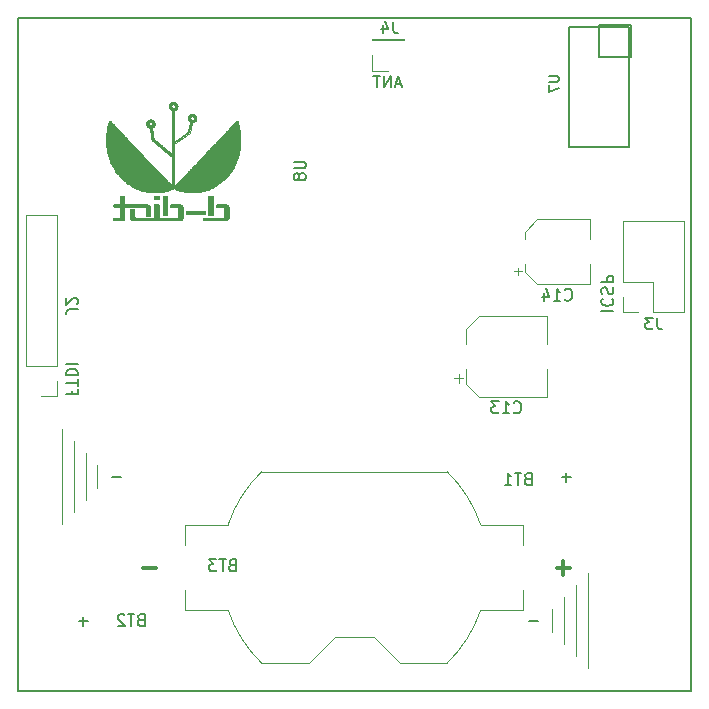
<source format=gbo>
G04 #@! TF.GenerationSoftware,KiCad,Pcbnew,5.1.6-c6e7f7d~87~ubuntu18.04.1*
G04 #@! TF.CreationDate,2020-07-15T21:48:52+02:00*
G04 #@! TF.ProjectId,BT-Pcb-328P,42542d50-6362-42d3-9332-38502e6b6963,3.0*
G04 #@! TF.SameCoordinates,Original*
G04 #@! TF.FileFunction,Legend,Bot*
G04 #@! TF.FilePolarity,Positive*
%FSLAX46Y46*%
G04 Gerber Fmt 4.6, Leading zero omitted, Abs format (unit mm)*
G04 Created by KiCad (PCBNEW 5.1.6-c6e7f7d~87~ubuntu18.04.1) date 2020-07-15 21:48:52*
%MOMM*%
%LPD*%
G01*
G04 APERTURE LIST*
%ADD10C,0.300000*%
%ADD11C,0.150000*%
G04 #@! TA.AperFunction,Profile*
%ADD12C,0.150000*%
G04 #@! TD*
%ADD13C,0.120000*%
%ADD14C,0.010000*%
%ADD15C,0.160000*%
G04 APERTURE END LIST*
D10*
X173799428Y-127869142D02*
X172656571Y-127869142D01*
X173228000Y-128440571D02*
X173228000Y-127297714D01*
X138747428Y-127869142D02*
X137604571Y-127869142D01*
D11*
X159511857Y-86907666D02*
X159035666Y-86907666D01*
X159607095Y-87193380D02*
X159273761Y-86193380D01*
X158940428Y-87193380D01*
X158607095Y-87193380D02*
X158607095Y-86193380D01*
X158035666Y-87193380D01*
X158035666Y-86193380D01*
X157702333Y-86193380D02*
X157130904Y-86193380D01*
X157416619Y-87193380D02*
X157416619Y-86193380D01*
X131643428Y-112863190D02*
X131643428Y-113196523D01*
X131119619Y-113196523D02*
X132119619Y-113196523D01*
X132119619Y-112720333D01*
X132119619Y-112482238D02*
X132119619Y-111910809D01*
X131119619Y-112196523D02*
X132119619Y-112196523D01*
X131119619Y-111577476D02*
X132119619Y-111577476D01*
X132119619Y-111339380D01*
X132072000Y-111196523D01*
X131976761Y-111101285D01*
X131881523Y-111053666D01*
X131691047Y-111006047D01*
X131548190Y-111006047D01*
X131357714Y-111053666D01*
X131262476Y-111101285D01*
X131167238Y-111196523D01*
X131119619Y-111339380D01*
X131119619Y-111577476D01*
X131119619Y-110577476D02*
X132119619Y-110577476D01*
X176458619Y-106124190D02*
X177458619Y-106124190D01*
X176553857Y-105076571D02*
X176506238Y-105124190D01*
X176458619Y-105267047D01*
X176458619Y-105362285D01*
X176506238Y-105505142D01*
X176601476Y-105600380D01*
X176696714Y-105648000D01*
X176887190Y-105695619D01*
X177030047Y-105695619D01*
X177220523Y-105648000D01*
X177315761Y-105600380D01*
X177411000Y-105505142D01*
X177458619Y-105362285D01*
X177458619Y-105267047D01*
X177411000Y-105124190D01*
X177363380Y-105076571D01*
X176506238Y-104695619D02*
X176458619Y-104552761D01*
X176458619Y-104314666D01*
X176506238Y-104219428D01*
X176553857Y-104171809D01*
X176649095Y-104124190D01*
X176744333Y-104124190D01*
X176839571Y-104171809D01*
X176887190Y-104219428D01*
X176934809Y-104314666D01*
X176982428Y-104505142D01*
X177030047Y-104600380D01*
X177077666Y-104648000D01*
X177172904Y-104695619D01*
X177268142Y-104695619D01*
X177363380Y-104648000D01*
X177411000Y-104600380D01*
X177458619Y-104505142D01*
X177458619Y-104267047D01*
X177411000Y-104124190D01*
X176458619Y-103695619D02*
X177458619Y-103695619D01*
X177458619Y-103314666D01*
X177411000Y-103219428D01*
X177363380Y-103171809D01*
X177268142Y-103124190D01*
X177125285Y-103124190D01*
X177030047Y-103171809D01*
X176982428Y-103219428D01*
X176934809Y-103314666D01*
X176934809Y-103695619D01*
D12*
X184040000Y-138320000D02*
X184040000Y-81320000D01*
X127040000Y-138320000D02*
X127040000Y-81320000D01*
X127040000Y-138320000D02*
X184040000Y-138320000D01*
X127040000Y-81320000D02*
X184040000Y-81320000D01*
D11*
X173736000Y-92202000D02*
X176276000Y-92202000D01*
X173736000Y-82042000D02*
X173736000Y-92202000D01*
X178816000Y-82042000D02*
X173736000Y-82042000D01*
X178816000Y-89662000D02*
X178816000Y-82042000D01*
X176276000Y-84582000D02*
X176276000Y-82042000D01*
X178816000Y-84582000D02*
X176276000Y-84582000D01*
X178816000Y-92202000D02*
X176276000Y-92202000D01*
X178816000Y-89662000D02*
X178816000Y-92202000D01*
X178943000Y-81915000D02*
X176276000Y-81915000D01*
X178943000Y-84582000D02*
X178943000Y-81915000D01*
D13*
X169407500Y-103089500D02*
X169407500Y-102464500D01*
X169095000Y-102777000D02*
X169720000Y-102777000D01*
X169960000Y-99396437D02*
X171024437Y-98332000D01*
X169960000Y-102787563D02*
X171024437Y-103852000D01*
X169960000Y-102787563D02*
X169960000Y-102152000D01*
X169960000Y-99396437D02*
X169960000Y-100032000D01*
X171024437Y-98332000D02*
X175480000Y-98332000D01*
X171024437Y-103852000D02*
X175480000Y-103852000D01*
X175480000Y-103852000D02*
X175480000Y-102152000D01*
X175480000Y-98332000D02*
X175480000Y-100032000D01*
X164358250Y-112223250D02*
X164358250Y-111435750D01*
X163964500Y-111829500D02*
X164752000Y-111829500D01*
X164992000Y-107636437D02*
X166056437Y-106572000D01*
X164992000Y-112327563D02*
X166056437Y-113392000D01*
X164992000Y-112327563D02*
X164992000Y-111042000D01*
X164992000Y-107636437D02*
X164992000Y-108922000D01*
X166056437Y-106572000D02*
X171812000Y-106572000D01*
X166056437Y-113392000D02*
X171812000Y-113392000D01*
X171812000Y-113392000D02*
X171812000Y-111042000D01*
X171812000Y-106572000D02*
X171812000Y-108922000D01*
X130784000Y-116142000D02*
X130784000Y-124142000D01*
X131784000Y-123142000D02*
X131784000Y-117142000D01*
X132784000Y-118142000D02*
X132784000Y-122142000D01*
X133784000Y-119142000D02*
X133784000Y-121142000D01*
X172286000Y-133334000D02*
X172286000Y-131334000D01*
X173286000Y-134334000D02*
X173286000Y-130334000D01*
X174286000Y-129334000D02*
X174286000Y-135334000D01*
X175286000Y-136334000D02*
X175286000Y-128334000D01*
X169850000Y-124228000D02*
X166232000Y-124228000D01*
X169850000Y-125938000D02*
X169850000Y-124228000D01*
X163387300Y-119728000D02*
X147692700Y-119728000D01*
X141230000Y-125938000D02*
X141230000Y-124228000D01*
X144848000Y-124228000D02*
X141230000Y-124228000D01*
X141230000Y-131448000D02*
X144848000Y-131448000D01*
X141230000Y-129738000D02*
X141230000Y-131448000D01*
X147692700Y-135948000D02*
X151680000Y-135948000D01*
X153880000Y-133748000D02*
X151680000Y-135948000D01*
X153880000Y-133748000D02*
X157200000Y-133748000D01*
X157200000Y-133748000D02*
X159400000Y-135948000D01*
X159400000Y-135948000D02*
X163387300Y-135948000D01*
X166232000Y-131448000D02*
X169850000Y-131448000D01*
X169850000Y-129738000D02*
X169850000Y-131448000D01*
X163385370Y-135949789D02*
G75*
G03*
X166232000Y-131448000I-7845370J8111789D01*
G01*
X147694630Y-119726211D02*
G75*
G03*
X144848000Y-124228000I7845370J-8111789D01*
G01*
X147694630Y-135949789D02*
G75*
G02*
X144848000Y-131448000I7845370J8111789D01*
G01*
X163385370Y-119726211D02*
G75*
G02*
X166232000Y-124228000I-7845370J-8111789D01*
G01*
X157039000Y-85785000D02*
X158369000Y-85785000D01*
X157039000Y-84455000D02*
X157039000Y-85785000D01*
X157039000Y-83185000D02*
X159699000Y-83185000D01*
X159699000Y-83185000D02*
X159699000Y-83125000D01*
X157039000Y-83185000D02*
X157039000Y-83125000D01*
X157039000Y-83125000D02*
X159699000Y-83125000D01*
X178248000Y-106232000D02*
X179578000Y-106232000D01*
X178248000Y-104902000D02*
X178248000Y-106232000D01*
X180848000Y-106232000D02*
X183448000Y-106232000D01*
X180848000Y-103632000D02*
X180848000Y-106232000D01*
X178248000Y-103632000D02*
X180848000Y-103632000D01*
X183448000Y-106232000D02*
X183448000Y-98492000D01*
X178248000Y-103632000D02*
X178248000Y-98492000D01*
X178248000Y-98492000D02*
X183448000Y-98492000D01*
X129032000Y-113344000D02*
X130362000Y-113344000D01*
X130362000Y-113344000D02*
X130362000Y-112014000D01*
X130362000Y-110744000D02*
X130362000Y-97984000D01*
X127702000Y-97984000D02*
X130362000Y-97984000D01*
X127702000Y-110744000D02*
X127702000Y-97984000D01*
X127702000Y-110744000D02*
X130362000Y-110744000D01*
D14*
G36*
X140483638Y-97095787D02*
G01*
X140445542Y-97095840D01*
X140403093Y-97095924D01*
X140355988Y-97096032D01*
X140336270Y-97096078D01*
X140290405Y-97096204D01*
X140247039Y-97096360D01*
X140206399Y-97096543D01*
X140168710Y-97096753D01*
X140134198Y-97096986D01*
X140103089Y-97097240D01*
X140075608Y-97097514D01*
X140051980Y-97097805D01*
X140032432Y-97098111D01*
X140017189Y-97098430D01*
X140006476Y-97098759D01*
X140000519Y-97099098D01*
X139999469Y-97099247D01*
X139985439Y-97105241D01*
X139973160Y-97114819D01*
X139967288Y-97121940D01*
X139965581Y-97124579D01*
X139964246Y-97127244D01*
X139963247Y-97130551D01*
X139962543Y-97135116D01*
X139962096Y-97141554D01*
X139961868Y-97150480D01*
X139961818Y-97162510D01*
X139961908Y-97178260D01*
X139962099Y-97198345D01*
X139962148Y-97203160D01*
X139962399Y-97225861D01*
X139962747Y-97244073D01*
X139963356Y-97258383D01*
X139964389Y-97269382D01*
X139966012Y-97277658D01*
X139968389Y-97283801D01*
X139971683Y-97288400D01*
X139976059Y-97292045D01*
X139981681Y-97295324D01*
X139988713Y-97298827D01*
X139988819Y-97298879D01*
X140003194Y-97305912D01*
X140294192Y-97305243D01*
X140340236Y-97305136D01*
X140381477Y-97305045D01*
X140418191Y-97304983D01*
X140450656Y-97304961D01*
X140479147Y-97304992D01*
X140503943Y-97305089D01*
X140525319Y-97305262D01*
X140543553Y-97305525D01*
X140558921Y-97305889D01*
X140571700Y-97306367D01*
X140582166Y-97306970D01*
X140590598Y-97307711D01*
X140597270Y-97308602D01*
X140602461Y-97309655D01*
X140606446Y-97310882D01*
X140609503Y-97312295D01*
X140611909Y-97313907D01*
X140613940Y-97315729D01*
X140615873Y-97317774D01*
X140617372Y-97319405D01*
X140619076Y-97321150D01*
X140620631Y-97322725D01*
X140622043Y-97324356D01*
X140623321Y-97326274D01*
X140624470Y-97328706D01*
X140625497Y-97331882D01*
X140626409Y-97336030D01*
X140627213Y-97341378D01*
X140627915Y-97348156D01*
X140628523Y-97356592D01*
X140629043Y-97366914D01*
X140629482Y-97379352D01*
X140629847Y-97394134D01*
X140630145Y-97411489D01*
X140630382Y-97431645D01*
X140630565Y-97454832D01*
X140630701Y-97481277D01*
X140630797Y-97511209D01*
X140630860Y-97544858D01*
X140630896Y-97582452D01*
X140630912Y-97624219D01*
X140630916Y-97670388D01*
X140630913Y-97721189D01*
X140630910Y-97774760D01*
X140630909Y-97829476D01*
X140630902Y-97879345D01*
X140630887Y-97924597D01*
X140630862Y-97965465D01*
X140630824Y-98002181D01*
X140630772Y-98034975D01*
X140630701Y-98064082D01*
X140630611Y-98089731D01*
X140630499Y-98112155D01*
X140630362Y-98131587D01*
X140630198Y-98148257D01*
X140630004Y-98162398D01*
X140629777Y-98174241D01*
X140629517Y-98184019D01*
X140629219Y-98191963D01*
X140628882Y-98198305D01*
X140628503Y-98203278D01*
X140628080Y-98207112D01*
X140627610Y-98210041D01*
X140627091Y-98212295D01*
X140626520Y-98214106D01*
X140626283Y-98214742D01*
X140619182Y-98227474D01*
X140609005Y-98236302D01*
X140595302Y-98241607D01*
X140594030Y-98241893D01*
X140590896Y-98242180D01*
X140584199Y-98242450D01*
X140573858Y-98242703D01*
X140559794Y-98242939D01*
X140541926Y-98243158D01*
X140520174Y-98243362D01*
X140494457Y-98243549D01*
X140464696Y-98243721D01*
X140430811Y-98243877D01*
X140392720Y-98244018D01*
X140350344Y-98244145D01*
X140303602Y-98244257D01*
X140252415Y-98244354D01*
X140196702Y-98244438D01*
X140136383Y-98244508D01*
X140071377Y-98244564D01*
X140001605Y-98244607D01*
X139926986Y-98244637D01*
X139847440Y-98244654D01*
X139770995Y-98244660D01*
X138960860Y-98244660D01*
X138960805Y-97694115D01*
X138960797Y-97631763D01*
X138960786Y-97574289D01*
X138960771Y-97521490D01*
X138960749Y-97473163D01*
X138960719Y-97429106D01*
X138960679Y-97389116D01*
X138960627Y-97352991D01*
X138960562Y-97320529D01*
X138960482Y-97291526D01*
X138960385Y-97265780D01*
X138960270Y-97243088D01*
X138960135Y-97223249D01*
X138959978Y-97206059D01*
X138959797Y-97191317D01*
X138959592Y-97178818D01*
X138959359Y-97168362D01*
X138959098Y-97159745D01*
X138958807Y-97152764D01*
X138958484Y-97147218D01*
X138958127Y-97142904D01*
X138957734Y-97139619D01*
X138957305Y-97137160D01*
X138956837Y-97135326D01*
X138956328Y-97133913D01*
X138956108Y-97133410D01*
X138949774Y-97123369D01*
X138940630Y-97113513D01*
X138930208Y-97105216D01*
X138920042Y-97099853D01*
X138917976Y-97099199D01*
X138913064Y-97098519D01*
X138903782Y-97097964D01*
X138890023Y-97097535D01*
X138871682Y-97097228D01*
X138848652Y-97097043D01*
X138820826Y-97096978D01*
X138788099Y-97097032D01*
X138763441Y-97097134D01*
X138619230Y-97097850D01*
X138607247Y-97104894D01*
X138598600Y-97111342D01*
X138590224Y-97119733D01*
X138586927Y-97123944D01*
X138578590Y-97135950D01*
X138577938Y-97686186D01*
X138577286Y-98236423D01*
X138355688Y-98238167D01*
X138331650Y-98238331D01*
X138302881Y-98238483D01*
X138269732Y-98238624D01*
X138232551Y-98238752D01*
X138191687Y-98238867D01*
X138147492Y-98238970D01*
X138100313Y-98239058D01*
X138050500Y-98239133D01*
X137998404Y-98239193D01*
X137944373Y-98239238D01*
X137888757Y-98239269D01*
X137831906Y-98239283D01*
X137774168Y-98239282D01*
X137715894Y-98239264D01*
X137657433Y-98239229D01*
X137599134Y-98239177D01*
X137543540Y-98239110D01*
X136952990Y-98238310D01*
X136941982Y-98232434D01*
X136933320Y-98226391D01*
X136927357Y-98218201D01*
X136925637Y-98214654D01*
X136924508Y-98211796D01*
X136923479Y-98208330D01*
X136922542Y-98204011D01*
X136921691Y-98198596D01*
X136920921Y-98191842D01*
X136920225Y-98183505D01*
X136919596Y-98173343D01*
X136919029Y-98161111D01*
X136918517Y-98146566D01*
X136918054Y-98129466D01*
X136917633Y-98109566D01*
X136917248Y-98086623D01*
X136916893Y-98060395D01*
X136916562Y-98030637D01*
X136916248Y-97997106D01*
X136915945Y-97959559D01*
X136915647Y-97917752D01*
X136915347Y-97871443D01*
X136915039Y-97820387D01*
X136914922Y-97800160D01*
X136914658Y-97753512D01*
X136914424Y-97711671D01*
X136914204Y-97674367D01*
X136913983Y-97641326D01*
X136913745Y-97612277D01*
X136913475Y-97586948D01*
X136913157Y-97565066D01*
X136912775Y-97546359D01*
X136912315Y-97530556D01*
X136911760Y-97517384D01*
X136911096Y-97506572D01*
X136910307Y-97497847D01*
X136909377Y-97490937D01*
X136908291Y-97485570D01*
X136907034Y-97481475D01*
X136905589Y-97478378D01*
X136903942Y-97476009D01*
X136902077Y-97474095D01*
X136899978Y-97472363D01*
X136897631Y-97470543D01*
X136896107Y-97469303D01*
X136892373Y-97466280D01*
X136888639Y-97463706D01*
X136884482Y-97461545D01*
X136879481Y-97459762D01*
X136873213Y-97458319D01*
X136865257Y-97457181D01*
X136855190Y-97456312D01*
X136842591Y-97455675D01*
X136827037Y-97455235D01*
X136808106Y-97454956D01*
X136785377Y-97454801D01*
X136758426Y-97454734D01*
X136726833Y-97454720D01*
X136725603Y-97454720D01*
X136694126Y-97454730D01*
X136667301Y-97454787D01*
X136644700Y-97454923D01*
X136625894Y-97455176D01*
X136610457Y-97455579D01*
X136597959Y-97456168D01*
X136587973Y-97456978D01*
X136580071Y-97458044D01*
X136573824Y-97459403D01*
X136568805Y-97461087D01*
X136564586Y-97463134D01*
X136560738Y-97465578D01*
X136556834Y-97468454D01*
X136556633Y-97468607D01*
X136553972Y-97470506D01*
X136551592Y-97472105D01*
X136549476Y-97473683D01*
X136547608Y-97475516D01*
X136545973Y-97477884D01*
X136544554Y-97481063D01*
X136543334Y-97485331D01*
X136542298Y-97490967D01*
X136541429Y-97498247D01*
X136540711Y-97507450D01*
X136540127Y-97518852D01*
X136539663Y-97532733D01*
X136539300Y-97549370D01*
X136539024Y-97569040D01*
X136538817Y-97592021D01*
X136538664Y-97618591D01*
X136538548Y-97649027D01*
X136538454Y-97683608D01*
X136538364Y-97722611D01*
X136538263Y-97766314D01*
X136538220Y-97783650D01*
X136538099Y-97837322D01*
X136538032Y-97886192D01*
X136538029Y-97930538D01*
X136538100Y-97970638D01*
X136538255Y-98006768D01*
X136538505Y-98039208D01*
X136538860Y-98068235D01*
X136539331Y-98094127D01*
X136539927Y-98117160D01*
X136540659Y-98137614D01*
X136541538Y-98155767D01*
X136542573Y-98171894D01*
X136543774Y-98186276D01*
X136545153Y-98199189D01*
X136546718Y-98210910D01*
X136548482Y-98221719D01*
X136550453Y-98231893D01*
X136552643Y-98241708D01*
X136555060Y-98251445D01*
X136555610Y-98253550D01*
X136566722Y-98287480D01*
X136581355Y-98317956D01*
X136599602Y-98345063D01*
X136621559Y-98368884D01*
X136647319Y-98389503D01*
X136676978Y-98407003D01*
X136710629Y-98421470D01*
X136748368Y-98432985D01*
X136761322Y-98436060D01*
X136786627Y-98441144D01*
X136812801Y-98445255D01*
X136840932Y-98448522D01*
X136872110Y-98451076D01*
X136901632Y-98452774D01*
X136908694Y-98452992D01*
X136920684Y-98453204D01*
X136937449Y-98453410D01*
X136958838Y-98453610D01*
X136984697Y-98453803D01*
X137014874Y-98453990D01*
X137049218Y-98454171D01*
X137087575Y-98454345D01*
X137129793Y-98454512D01*
X137175721Y-98454673D01*
X137225205Y-98454826D01*
X137278093Y-98454972D01*
X137334234Y-98455111D01*
X137393474Y-98455243D01*
X137455662Y-98455367D01*
X137520644Y-98455483D01*
X137588269Y-98455591D01*
X137658385Y-98455692D01*
X137730839Y-98455784D01*
X137805478Y-98455868D01*
X137882151Y-98455944D01*
X137960705Y-98456012D01*
X138040987Y-98456071D01*
X138122846Y-98456121D01*
X138206129Y-98456162D01*
X138290683Y-98456194D01*
X138376357Y-98456218D01*
X138462998Y-98456232D01*
X138550454Y-98456236D01*
X138638572Y-98456232D01*
X138727201Y-98456217D01*
X138816186Y-98456193D01*
X138905378Y-98456159D01*
X138994622Y-98456115D01*
X139083767Y-98456061D01*
X139172661Y-98455996D01*
X139261150Y-98455921D01*
X139349083Y-98455836D01*
X139436308Y-98455740D01*
X139522672Y-98455633D01*
X139608022Y-98455516D01*
X139692207Y-98455387D01*
X139775074Y-98455247D01*
X139790170Y-98455220D01*
X139856881Y-98455095D01*
X139922333Y-98454963D01*
X139986341Y-98454824D01*
X140048720Y-98454680D01*
X140109285Y-98454530D01*
X140167849Y-98454376D01*
X140224228Y-98454218D01*
X140278237Y-98454058D01*
X140329689Y-98453895D01*
X140378401Y-98453730D01*
X140424185Y-98453564D01*
X140466857Y-98453398D01*
X140506232Y-98453232D01*
X140542124Y-98453068D01*
X140574348Y-98452905D01*
X140602718Y-98452744D01*
X140627049Y-98452587D01*
X140647156Y-98452433D01*
X140662853Y-98452284D01*
X140673955Y-98452141D01*
X140680276Y-98452003D01*
X140681710Y-98451921D01*
X140688141Y-98450968D01*
X140698260Y-98449619D01*
X140710710Y-98448049D01*
X140724132Y-98446433D01*
X140724890Y-98446344D01*
X140769629Y-98439601D01*
X140810063Y-98430285D01*
X140846334Y-98418283D01*
X140878582Y-98403481D01*
X140906948Y-98385766D01*
X140931573Y-98365023D01*
X140952599Y-98341139D01*
X140970165Y-98314001D01*
X140984413Y-98283494D01*
X140995484Y-98249504D01*
X141001517Y-98223070D01*
X141002722Y-98216599D01*
X141003817Y-98210105D01*
X141004806Y-98203325D01*
X141005695Y-98195997D01*
X141006490Y-98187861D01*
X141007195Y-98178654D01*
X141007816Y-98168116D01*
X141008358Y-98155984D01*
X141008826Y-98141998D01*
X141009226Y-98125896D01*
X141009563Y-98107415D01*
X141009843Y-98086296D01*
X141010070Y-98062276D01*
X141010250Y-98035093D01*
X141010388Y-98004487D01*
X141010490Y-97970196D01*
X141010560Y-97931958D01*
X141010605Y-97889513D01*
X141010629Y-97842597D01*
X141010637Y-97790951D01*
X141010637Y-97772585D01*
X141010631Y-97720245D01*
X141010612Y-97672729D01*
X141010578Y-97629782D01*
X141010526Y-97591149D01*
X141010454Y-97556573D01*
X141010359Y-97525799D01*
X141010239Y-97498572D01*
X141010092Y-97474636D01*
X141009914Y-97453736D01*
X141009704Y-97435615D01*
X141009459Y-97420019D01*
X141009177Y-97406692D01*
X141008855Y-97395378D01*
X141008491Y-97385822D01*
X141008082Y-97377767D01*
X141007626Y-97370960D01*
X141007120Y-97365143D01*
X141006696Y-97361183D01*
X141000853Y-97322978D01*
X140992606Y-97288887D01*
X140981773Y-97258456D01*
X140968171Y-97231229D01*
X140951619Y-97206753D01*
X140938621Y-97191487D01*
X140915238Y-97169819D01*
X140888063Y-97151109D01*
X140856989Y-97135308D01*
X140821904Y-97122364D01*
X140782701Y-97112226D01*
X140760513Y-97108023D01*
X140749807Y-97106228D01*
X140739926Y-97104610D01*
X140730566Y-97103161D01*
X140721422Y-97101872D01*
X140712189Y-97100735D01*
X140702563Y-97099740D01*
X140692239Y-97098880D01*
X140680914Y-97098146D01*
X140668281Y-97097529D01*
X140654038Y-97097021D01*
X140637879Y-97096613D01*
X140619499Y-97096297D01*
X140598595Y-97096063D01*
X140574861Y-97095904D01*
X140547993Y-97095811D01*
X140517687Y-97095775D01*
X140483638Y-97095787D01*
G37*
X140483638Y-97095787D02*
X140445542Y-97095840D01*
X140403093Y-97095924D01*
X140355988Y-97096032D01*
X140336270Y-97096078D01*
X140290405Y-97096204D01*
X140247039Y-97096360D01*
X140206399Y-97096543D01*
X140168710Y-97096753D01*
X140134198Y-97096986D01*
X140103089Y-97097240D01*
X140075608Y-97097514D01*
X140051980Y-97097805D01*
X140032432Y-97098111D01*
X140017189Y-97098430D01*
X140006476Y-97098759D01*
X140000519Y-97099098D01*
X139999469Y-97099247D01*
X139985439Y-97105241D01*
X139973160Y-97114819D01*
X139967288Y-97121940D01*
X139965581Y-97124579D01*
X139964246Y-97127244D01*
X139963247Y-97130551D01*
X139962543Y-97135116D01*
X139962096Y-97141554D01*
X139961868Y-97150480D01*
X139961818Y-97162510D01*
X139961908Y-97178260D01*
X139962099Y-97198345D01*
X139962148Y-97203160D01*
X139962399Y-97225861D01*
X139962747Y-97244073D01*
X139963356Y-97258383D01*
X139964389Y-97269382D01*
X139966012Y-97277658D01*
X139968389Y-97283801D01*
X139971683Y-97288400D01*
X139976059Y-97292045D01*
X139981681Y-97295324D01*
X139988713Y-97298827D01*
X139988819Y-97298879D01*
X140003194Y-97305912D01*
X140294192Y-97305243D01*
X140340236Y-97305136D01*
X140381477Y-97305045D01*
X140418191Y-97304983D01*
X140450656Y-97304961D01*
X140479147Y-97304992D01*
X140503943Y-97305089D01*
X140525319Y-97305262D01*
X140543553Y-97305525D01*
X140558921Y-97305889D01*
X140571700Y-97306367D01*
X140582166Y-97306970D01*
X140590598Y-97307711D01*
X140597270Y-97308602D01*
X140602461Y-97309655D01*
X140606446Y-97310882D01*
X140609503Y-97312295D01*
X140611909Y-97313907D01*
X140613940Y-97315729D01*
X140615873Y-97317774D01*
X140617372Y-97319405D01*
X140619076Y-97321150D01*
X140620631Y-97322725D01*
X140622043Y-97324356D01*
X140623321Y-97326274D01*
X140624470Y-97328706D01*
X140625497Y-97331882D01*
X140626409Y-97336030D01*
X140627213Y-97341378D01*
X140627915Y-97348156D01*
X140628523Y-97356592D01*
X140629043Y-97366914D01*
X140629482Y-97379352D01*
X140629847Y-97394134D01*
X140630145Y-97411489D01*
X140630382Y-97431645D01*
X140630565Y-97454832D01*
X140630701Y-97481277D01*
X140630797Y-97511209D01*
X140630860Y-97544858D01*
X140630896Y-97582452D01*
X140630912Y-97624219D01*
X140630916Y-97670388D01*
X140630913Y-97721189D01*
X140630910Y-97774760D01*
X140630909Y-97829476D01*
X140630902Y-97879345D01*
X140630887Y-97924597D01*
X140630862Y-97965465D01*
X140630824Y-98002181D01*
X140630772Y-98034975D01*
X140630701Y-98064082D01*
X140630611Y-98089731D01*
X140630499Y-98112155D01*
X140630362Y-98131587D01*
X140630198Y-98148257D01*
X140630004Y-98162398D01*
X140629777Y-98174241D01*
X140629517Y-98184019D01*
X140629219Y-98191963D01*
X140628882Y-98198305D01*
X140628503Y-98203278D01*
X140628080Y-98207112D01*
X140627610Y-98210041D01*
X140627091Y-98212295D01*
X140626520Y-98214106D01*
X140626283Y-98214742D01*
X140619182Y-98227474D01*
X140609005Y-98236302D01*
X140595302Y-98241607D01*
X140594030Y-98241893D01*
X140590896Y-98242180D01*
X140584199Y-98242450D01*
X140573858Y-98242703D01*
X140559794Y-98242939D01*
X140541926Y-98243158D01*
X140520174Y-98243362D01*
X140494457Y-98243549D01*
X140464696Y-98243721D01*
X140430811Y-98243877D01*
X140392720Y-98244018D01*
X140350344Y-98244145D01*
X140303602Y-98244257D01*
X140252415Y-98244354D01*
X140196702Y-98244438D01*
X140136383Y-98244508D01*
X140071377Y-98244564D01*
X140001605Y-98244607D01*
X139926986Y-98244637D01*
X139847440Y-98244654D01*
X139770995Y-98244660D01*
X138960860Y-98244660D01*
X138960805Y-97694115D01*
X138960797Y-97631763D01*
X138960786Y-97574289D01*
X138960771Y-97521490D01*
X138960749Y-97473163D01*
X138960719Y-97429106D01*
X138960679Y-97389116D01*
X138960627Y-97352991D01*
X138960562Y-97320529D01*
X138960482Y-97291526D01*
X138960385Y-97265780D01*
X138960270Y-97243088D01*
X138960135Y-97223249D01*
X138959978Y-97206059D01*
X138959797Y-97191317D01*
X138959592Y-97178818D01*
X138959359Y-97168362D01*
X138959098Y-97159745D01*
X138958807Y-97152764D01*
X138958484Y-97147218D01*
X138958127Y-97142904D01*
X138957734Y-97139619D01*
X138957305Y-97137160D01*
X138956837Y-97135326D01*
X138956328Y-97133913D01*
X138956108Y-97133410D01*
X138949774Y-97123369D01*
X138940630Y-97113513D01*
X138930208Y-97105216D01*
X138920042Y-97099853D01*
X138917976Y-97099199D01*
X138913064Y-97098519D01*
X138903782Y-97097964D01*
X138890023Y-97097535D01*
X138871682Y-97097228D01*
X138848652Y-97097043D01*
X138820826Y-97096978D01*
X138788099Y-97097032D01*
X138763441Y-97097134D01*
X138619230Y-97097850D01*
X138607247Y-97104894D01*
X138598600Y-97111342D01*
X138590224Y-97119733D01*
X138586927Y-97123944D01*
X138578590Y-97135950D01*
X138577938Y-97686186D01*
X138577286Y-98236423D01*
X138355688Y-98238167D01*
X138331650Y-98238331D01*
X138302881Y-98238483D01*
X138269732Y-98238624D01*
X138232551Y-98238752D01*
X138191687Y-98238867D01*
X138147492Y-98238970D01*
X138100313Y-98239058D01*
X138050500Y-98239133D01*
X137998404Y-98239193D01*
X137944373Y-98239238D01*
X137888757Y-98239269D01*
X137831906Y-98239283D01*
X137774168Y-98239282D01*
X137715894Y-98239264D01*
X137657433Y-98239229D01*
X137599134Y-98239177D01*
X137543540Y-98239110D01*
X136952990Y-98238310D01*
X136941982Y-98232434D01*
X136933320Y-98226391D01*
X136927357Y-98218201D01*
X136925637Y-98214654D01*
X136924508Y-98211796D01*
X136923479Y-98208330D01*
X136922542Y-98204011D01*
X136921691Y-98198596D01*
X136920921Y-98191842D01*
X136920225Y-98183505D01*
X136919596Y-98173343D01*
X136919029Y-98161111D01*
X136918517Y-98146566D01*
X136918054Y-98129466D01*
X136917633Y-98109566D01*
X136917248Y-98086623D01*
X136916893Y-98060395D01*
X136916562Y-98030637D01*
X136916248Y-97997106D01*
X136915945Y-97959559D01*
X136915647Y-97917752D01*
X136915347Y-97871443D01*
X136915039Y-97820387D01*
X136914922Y-97800160D01*
X136914658Y-97753512D01*
X136914424Y-97711671D01*
X136914204Y-97674367D01*
X136913983Y-97641326D01*
X136913745Y-97612277D01*
X136913475Y-97586948D01*
X136913157Y-97565066D01*
X136912775Y-97546359D01*
X136912315Y-97530556D01*
X136911760Y-97517384D01*
X136911096Y-97506572D01*
X136910307Y-97497847D01*
X136909377Y-97490937D01*
X136908291Y-97485570D01*
X136907034Y-97481475D01*
X136905589Y-97478378D01*
X136903942Y-97476009D01*
X136902077Y-97474095D01*
X136899978Y-97472363D01*
X136897631Y-97470543D01*
X136896107Y-97469303D01*
X136892373Y-97466280D01*
X136888639Y-97463706D01*
X136884482Y-97461545D01*
X136879481Y-97459762D01*
X136873213Y-97458319D01*
X136865257Y-97457181D01*
X136855190Y-97456312D01*
X136842591Y-97455675D01*
X136827037Y-97455235D01*
X136808106Y-97454956D01*
X136785377Y-97454801D01*
X136758426Y-97454734D01*
X136726833Y-97454720D01*
X136725603Y-97454720D01*
X136694126Y-97454730D01*
X136667301Y-97454787D01*
X136644700Y-97454923D01*
X136625894Y-97455176D01*
X136610457Y-97455579D01*
X136597959Y-97456168D01*
X136587973Y-97456978D01*
X136580071Y-97458044D01*
X136573824Y-97459403D01*
X136568805Y-97461087D01*
X136564586Y-97463134D01*
X136560738Y-97465578D01*
X136556834Y-97468454D01*
X136556633Y-97468607D01*
X136553972Y-97470506D01*
X136551592Y-97472105D01*
X136549476Y-97473683D01*
X136547608Y-97475516D01*
X136545973Y-97477884D01*
X136544554Y-97481063D01*
X136543334Y-97485331D01*
X136542298Y-97490967D01*
X136541429Y-97498247D01*
X136540711Y-97507450D01*
X136540127Y-97518852D01*
X136539663Y-97532733D01*
X136539300Y-97549370D01*
X136539024Y-97569040D01*
X136538817Y-97592021D01*
X136538664Y-97618591D01*
X136538548Y-97649027D01*
X136538454Y-97683608D01*
X136538364Y-97722611D01*
X136538263Y-97766314D01*
X136538220Y-97783650D01*
X136538099Y-97837322D01*
X136538032Y-97886192D01*
X136538029Y-97930538D01*
X136538100Y-97970638D01*
X136538255Y-98006768D01*
X136538505Y-98039208D01*
X136538860Y-98068235D01*
X136539331Y-98094127D01*
X136539927Y-98117160D01*
X136540659Y-98137614D01*
X136541538Y-98155767D01*
X136542573Y-98171894D01*
X136543774Y-98186276D01*
X136545153Y-98199189D01*
X136546718Y-98210910D01*
X136548482Y-98221719D01*
X136550453Y-98231893D01*
X136552643Y-98241708D01*
X136555060Y-98251445D01*
X136555610Y-98253550D01*
X136566722Y-98287480D01*
X136581355Y-98317956D01*
X136599602Y-98345063D01*
X136621559Y-98368884D01*
X136647319Y-98389503D01*
X136676978Y-98407003D01*
X136710629Y-98421470D01*
X136748368Y-98432985D01*
X136761322Y-98436060D01*
X136786627Y-98441144D01*
X136812801Y-98445255D01*
X136840932Y-98448522D01*
X136872110Y-98451076D01*
X136901632Y-98452774D01*
X136908694Y-98452992D01*
X136920684Y-98453204D01*
X136937449Y-98453410D01*
X136958838Y-98453610D01*
X136984697Y-98453803D01*
X137014874Y-98453990D01*
X137049218Y-98454171D01*
X137087575Y-98454345D01*
X137129793Y-98454512D01*
X137175721Y-98454673D01*
X137225205Y-98454826D01*
X137278093Y-98454972D01*
X137334234Y-98455111D01*
X137393474Y-98455243D01*
X137455662Y-98455367D01*
X137520644Y-98455483D01*
X137588269Y-98455591D01*
X137658385Y-98455692D01*
X137730839Y-98455784D01*
X137805478Y-98455868D01*
X137882151Y-98455944D01*
X137960705Y-98456012D01*
X138040987Y-98456071D01*
X138122846Y-98456121D01*
X138206129Y-98456162D01*
X138290683Y-98456194D01*
X138376357Y-98456218D01*
X138462998Y-98456232D01*
X138550454Y-98456236D01*
X138638572Y-98456232D01*
X138727201Y-98456217D01*
X138816186Y-98456193D01*
X138905378Y-98456159D01*
X138994622Y-98456115D01*
X139083767Y-98456061D01*
X139172661Y-98455996D01*
X139261150Y-98455921D01*
X139349083Y-98455836D01*
X139436308Y-98455740D01*
X139522672Y-98455633D01*
X139608022Y-98455516D01*
X139692207Y-98455387D01*
X139775074Y-98455247D01*
X139790170Y-98455220D01*
X139856881Y-98455095D01*
X139922333Y-98454963D01*
X139986341Y-98454824D01*
X140048720Y-98454680D01*
X140109285Y-98454530D01*
X140167849Y-98454376D01*
X140224228Y-98454218D01*
X140278237Y-98454058D01*
X140329689Y-98453895D01*
X140378401Y-98453730D01*
X140424185Y-98453564D01*
X140466857Y-98453398D01*
X140506232Y-98453232D01*
X140542124Y-98453068D01*
X140574348Y-98452905D01*
X140602718Y-98452744D01*
X140627049Y-98452587D01*
X140647156Y-98452433D01*
X140662853Y-98452284D01*
X140673955Y-98452141D01*
X140680276Y-98452003D01*
X140681710Y-98451921D01*
X140688141Y-98450968D01*
X140698260Y-98449619D01*
X140710710Y-98448049D01*
X140724132Y-98446433D01*
X140724890Y-98446344D01*
X140769629Y-98439601D01*
X140810063Y-98430285D01*
X140846334Y-98418283D01*
X140878582Y-98403481D01*
X140906948Y-98385766D01*
X140931573Y-98365023D01*
X140952599Y-98341139D01*
X140970165Y-98314001D01*
X140984413Y-98283494D01*
X140995484Y-98249504D01*
X141001517Y-98223070D01*
X141002722Y-98216599D01*
X141003817Y-98210105D01*
X141004806Y-98203325D01*
X141005695Y-98195997D01*
X141006490Y-98187861D01*
X141007195Y-98178654D01*
X141007816Y-98168116D01*
X141008358Y-98155984D01*
X141008826Y-98141998D01*
X141009226Y-98125896D01*
X141009563Y-98107415D01*
X141009843Y-98086296D01*
X141010070Y-98062276D01*
X141010250Y-98035093D01*
X141010388Y-98004487D01*
X141010490Y-97970196D01*
X141010560Y-97931958D01*
X141010605Y-97889513D01*
X141010629Y-97842597D01*
X141010637Y-97790951D01*
X141010637Y-97772585D01*
X141010631Y-97720245D01*
X141010612Y-97672729D01*
X141010578Y-97629782D01*
X141010526Y-97591149D01*
X141010454Y-97556573D01*
X141010359Y-97525799D01*
X141010239Y-97498572D01*
X141010092Y-97474636D01*
X141009914Y-97453736D01*
X141009704Y-97435615D01*
X141009459Y-97420019D01*
X141009177Y-97406692D01*
X141008855Y-97395378D01*
X141008491Y-97385822D01*
X141008082Y-97377767D01*
X141007626Y-97370960D01*
X141007120Y-97365143D01*
X141006696Y-97361183D01*
X141000853Y-97322978D01*
X140992606Y-97288887D01*
X140981773Y-97258456D01*
X140968171Y-97231229D01*
X140951619Y-97206753D01*
X140938621Y-97191487D01*
X140915238Y-97169819D01*
X140888063Y-97151109D01*
X140856989Y-97135308D01*
X140821904Y-97122364D01*
X140782701Y-97112226D01*
X140760513Y-97108023D01*
X140749807Y-97106228D01*
X140739926Y-97104610D01*
X140730566Y-97103161D01*
X140721422Y-97101872D01*
X140712189Y-97100735D01*
X140702563Y-97099740D01*
X140692239Y-97098880D01*
X140680914Y-97098146D01*
X140668281Y-97097529D01*
X140654038Y-97097021D01*
X140637879Y-97096613D01*
X140619499Y-97096297D01*
X140598595Y-97096063D01*
X140574861Y-97095904D01*
X140547993Y-97095811D01*
X140517687Y-97095775D01*
X140483638Y-97095787D01*
G36*
X144382301Y-97094488D02*
G01*
X144347209Y-97094571D01*
X144307887Y-97094736D01*
X144264106Y-97094981D01*
X144215641Y-97095305D01*
X144176750Y-97095596D01*
X143882110Y-97097881D01*
X143871635Y-97103469D01*
X143860746Y-97111006D01*
X143851882Y-97120414D01*
X143846383Y-97130226D01*
X143845915Y-97131700D01*
X143845399Y-97136024D01*
X143844936Y-97144667D01*
X143844546Y-97156870D01*
X143844249Y-97171872D01*
X143844064Y-97188915D01*
X143844010Y-97204719D01*
X143844010Y-97270948D01*
X143851007Y-97281517D01*
X143860781Y-97292080D01*
X143871327Y-97298924D01*
X143884650Y-97305762D01*
X144176750Y-97305171D01*
X144222981Y-97305075D01*
X144264407Y-97304994D01*
X144301303Y-97304940D01*
X144333943Y-97304926D01*
X144362603Y-97304965D01*
X144387557Y-97305069D01*
X144409080Y-97305250D01*
X144427447Y-97305522D01*
X144442934Y-97305896D01*
X144455814Y-97306387D01*
X144466363Y-97307005D01*
X144474856Y-97307764D01*
X144481567Y-97308677D01*
X144486772Y-97309756D01*
X144490745Y-97311013D01*
X144493761Y-97312462D01*
X144496095Y-97314114D01*
X144498021Y-97315983D01*
X144499816Y-97318081D01*
X144501462Y-97320077D01*
X144503114Y-97321963D01*
X144504622Y-97323669D01*
X144505992Y-97325424D01*
X144507231Y-97327458D01*
X144508344Y-97330001D01*
X144509339Y-97333283D01*
X144510223Y-97337532D01*
X144511001Y-97342980D01*
X144511681Y-97349854D01*
X144512269Y-97358387D01*
X144512772Y-97368805D01*
X144513196Y-97381341D01*
X144513549Y-97396223D01*
X144513836Y-97413680D01*
X144514064Y-97433944D01*
X144514240Y-97457242D01*
X144514371Y-97483806D01*
X144514463Y-97513864D01*
X144514523Y-97547647D01*
X144514557Y-97585384D01*
X144514572Y-97627305D01*
X144514575Y-97673639D01*
X144514572Y-97724617D01*
X144514570Y-97774760D01*
X144514569Y-97829476D01*
X144514562Y-97879345D01*
X144514547Y-97924597D01*
X144514522Y-97965465D01*
X144514484Y-98002181D01*
X144514432Y-98034975D01*
X144514361Y-98064082D01*
X144514271Y-98089731D01*
X144514159Y-98112155D01*
X144514022Y-98131587D01*
X144513858Y-98148257D01*
X144513664Y-98162398D01*
X144513437Y-98174241D01*
X144513177Y-98184019D01*
X144512879Y-98191963D01*
X144512542Y-98198305D01*
X144512163Y-98203278D01*
X144511740Y-98207112D01*
X144511270Y-98210041D01*
X144510751Y-98212295D01*
X144510180Y-98214106D01*
X144509943Y-98214742D01*
X144502842Y-98227474D01*
X144492665Y-98236302D01*
X144478962Y-98241607D01*
X144477690Y-98241893D01*
X144474601Y-98242172D01*
X144467966Y-98242436D01*
X144457704Y-98242683D01*
X144443738Y-98242914D01*
X144425989Y-98243130D01*
X144404378Y-98243330D01*
X144378827Y-98243515D01*
X144349256Y-98243686D01*
X144315588Y-98243842D01*
X144277743Y-98243984D01*
X144235643Y-98244111D01*
X144189209Y-98244225D01*
X144138363Y-98244326D01*
X144083026Y-98244413D01*
X144023119Y-98244487D01*
X143958563Y-98244549D01*
X143889281Y-98244598D01*
X143815193Y-98244634D01*
X143736220Y-98244659D01*
X143652285Y-98244672D01*
X143609570Y-98244674D01*
X143523820Y-98244683D01*
X143442260Y-98244706D01*
X143364942Y-98244744D01*
X143291915Y-98244797D01*
X143223229Y-98244864D01*
X143158934Y-98244945D01*
X143099079Y-98245040D01*
X143043714Y-98245149D01*
X142992890Y-98245272D01*
X142946654Y-98245408D01*
X142905059Y-98245557D01*
X142868153Y-98245720D01*
X142835986Y-98245897D01*
X142808607Y-98246086D01*
X142786068Y-98246288D01*
X142768417Y-98246502D01*
X142755704Y-98246729D01*
X142747979Y-98246969D01*
X142745373Y-98247182D01*
X142732225Y-98252483D01*
X142720343Y-98260279D01*
X142711157Y-98269495D01*
X142707278Y-98275806D01*
X142705749Y-98279594D01*
X142704573Y-98283842D01*
X142703703Y-98289243D01*
X142703092Y-98296488D01*
X142702696Y-98306270D01*
X142702468Y-98319282D01*
X142702362Y-98336215D01*
X142702336Y-98350166D01*
X142702338Y-98369866D01*
X142702418Y-98385183D01*
X142702629Y-98396814D01*
X142703023Y-98405455D01*
X142703652Y-98411805D01*
X142704570Y-98416559D01*
X142705830Y-98420415D01*
X142707483Y-98424069D01*
X142707995Y-98425096D01*
X142715269Y-98434910D01*
X142725992Y-98443751D01*
X142738537Y-98450504D01*
X142749859Y-98453842D01*
X142753284Y-98453989D01*
X142761565Y-98454127D01*
X142774480Y-98454255D01*
X142791803Y-98454374D01*
X142813312Y-98454484D01*
X142838784Y-98454584D01*
X142867994Y-98454675D01*
X142900720Y-98454758D01*
X142936737Y-98454831D01*
X142975822Y-98454896D01*
X143017752Y-98454953D01*
X143062302Y-98455001D01*
X143109250Y-98455041D01*
X143158372Y-98455073D01*
X143209445Y-98455097D01*
X143262244Y-98455113D01*
X143316547Y-98455121D01*
X143372129Y-98455122D01*
X143428767Y-98455115D01*
X143486238Y-98455101D01*
X143544318Y-98455080D01*
X143602784Y-98455052D01*
X143661412Y-98455018D01*
X143719978Y-98454976D01*
X143778259Y-98454928D01*
X143836031Y-98454873D01*
X143893072Y-98454812D01*
X143949156Y-98454744D01*
X144004061Y-98454671D01*
X144057564Y-98454592D01*
X144109440Y-98454506D01*
X144159466Y-98454416D01*
X144207419Y-98454319D01*
X144253074Y-98454217D01*
X144296210Y-98454110D01*
X144336601Y-98453998D01*
X144374024Y-98453881D01*
X144408256Y-98453759D01*
X144439074Y-98453632D01*
X144466253Y-98453500D01*
X144489571Y-98453365D01*
X144508803Y-98453224D01*
X144523726Y-98453080D01*
X144534117Y-98452931D01*
X144539752Y-98452779D01*
X144539970Y-98452768D01*
X144589461Y-98448913D01*
X144634468Y-98442982D01*
X144675178Y-98434898D01*
X144711778Y-98424588D01*
X144744453Y-98411976D01*
X144773389Y-98396986D01*
X144798773Y-98379543D01*
X144820791Y-98359572D01*
X144839628Y-98336998D01*
X144844756Y-98329603D01*
X144857834Y-98307031D01*
X144868875Y-98281601D01*
X144878088Y-98252716D01*
X144885681Y-98219776D01*
X144888466Y-98204415D01*
X144889068Y-98200611D01*
X144889615Y-98196508D01*
X144890109Y-98191859D01*
X144890553Y-98186414D01*
X144890951Y-98179926D01*
X144891303Y-98172147D01*
X144891614Y-98162829D01*
X144891885Y-98151724D01*
X144892120Y-98138584D01*
X144892320Y-98123161D01*
X144892490Y-98105207D01*
X144892630Y-98084474D01*
X144892744Y-98060713D01*
X144892835Y-98033678D01*
X144892904Y-98003120D01*
X144892956Y-97968791D01*
X144892991Y-97930443D01*
X144893014Y-97887827D01*
X144893026Y-97840697D01*
X144893030Y-97788804D01*
X144893030Y-97369630D01*
X144887104Y-97336826D01*
X144879226Y-97300741D01*
X144869302Y-97268904D01*
X144857094Y-97240821D01*
X144842368Y-97215994D01*
X144824886Y-97193927D01*
X144813737Y-97182524D01*
X144793205Y-97165153D01*
X144770241Y-97149932D01*
X144744527Y-97136767D01*
X144715746Y-97125561D01*
X144683583Y-97116218D01*
X144647721Y-97108642D01*
X144607842Y-97102738D01*
X144563629Y-97098410D01*
X144528540Y-97096195D01*
X144516711Y-97095703D01*
X144502238Y-97095294D01*
X144484897Y-97094968D01*
X144464460Y-97094725D01*
X144440699Y-97094564D01*
X144413389Y-97094485D01*
X144382301Y-97094488D01*
G37*
X144382301Y-97094488D02*
X144347209Y-97094571D01*
X144307887Y-97094736D01*
X144264106Y-97094981D01*
X144215641Y-97095305D01*
X144176750Y-97095596D01*
X143882110Y-97097881D01*
X143871635Y-97103469D01*
X143860746Y-97111006D01*
X143851882Y-97120414D01*
X143846383Y-97130226D01*
X143845915Y-97131700D01*
X143845399Y-97136024D01*
X143844936Y-97144667D01*
X143844546Y-97156870D01*
X143844249Y-97171872D01*
X143844064Y-97188915D01*
X143844010Y-97204719D01*
X143844010Y-97270948D01*
X143851007Y-97281517D01*
X143860781Y-97292080D01*
X143871327Y-97298924D01*
X143884650Y-97305762D01*
X144176750Y-97305171D01*
X144222981Y-97305075D01*
X144264407Y-97304994D01*
X144301303Y-97304940D01*
X144333943Y-97304926D01*
X144362603Y-97304965D01*
X144387557Y-97305069D01*
X144409080Y-97305250D01*
X144427447Y-97305522D01*
X144442934Y-97305896D01*
X144455814Y-97306387D01*
X144466363Y-97307005D01*
X144474856Y-97307764D01*
X144481567Y-97308677D01*
X144486772Y-97309756D01*
X144490745Y-97311013D01*
X144493761Y-97312462D01*
X144496095Y-97314114D01*
X144498021Y-97315983D01*
X144499816Y-97318081D01*
X144501462Y-97320077D01*
X144503114Y-97321963D01*
X144504622Y-97323669D01*
X144505992Y-97325424D01*
X144507231Y-97327458D01*
X144508344Y-97330001D01*
X144509339Y-97333283D01*
X144510223Y-97337532D01*
X144511001Y-97342980D01*
X144511681Y-97349854D01*
X144512269Y-97358387D01*
X144512772Y-97368805D01*
X144513196Y-97381341D01*
X144513549Y-97396223D01*
X144513836Y-97413680D01*
X144514064Y-97433944D01*
X144514240Y-97457242D01*
X144514371Y-97483806D01*
X144514463Y-97513864D01*
X144514523Y-97547647D01*
X144514557Y-97585384D01*
X144514572Y-97627305D01*
X144514575Y-97673639D01*
X144514572Y-97724617D01*
X144514570Y-97774760D01*
X144514569Y-97829476D01*
X144514562Y-97879345D01*
X144514547Y-97924597D01*
X144514522Y-97965465D01*
X144514484Y-98002181D01*
X144514432Y-98034975D01*
X144514361Y-98064082D01*
X144514271Y-98089731D01*
X144514159Y-98112155D01*
X144514022Y-98131587D01*
X144513858Y-98148257D01*
X144513664Y-98162398D01*
X144513437Y-98174241D01*
X144513177Y-98184019D01*
X144512879Y-98191963D01*
X144512542Y-98198305D01*
X144512163Y-98203278D01*
X144511740Y-98207112D01*
X144511270Y-98210041D01*
X144510751Y-98212295D01*
X144510180Y-98214106D01*
X144509943Y-98214742D01*
X144502842Y-98227474D01*
X144492665Y-98236302D01*
X144478962Y-98241607D01*
X144477690Y-98241893D01*
X144474601Y-98242172D01*
X144467966Y-98242436D01*
X144457704Y-98242683D01*
X144443738Y-98242914D01*
X144425989Y-98243130D01*
X144404378Y-98243330D01*
X144378827Y-98243515D01*
X144349256Y-98243686D01*
X144315588Y-98243842D01*
X144277743Y-98243984D01*
X144235643Y-98244111D01*
X144189209Y-98244225D01*
X144138363Y-98244326D01*
X144083026Y-98244413D01*
X144023119Y-98244487D01*
X143958563Y-98244549D01*
X143889281Y-98244598D01*
X143815193Y-98244634D01*
X143736220Y-98244659D01*
X143652285Y-98244672D01*
X143609570Y-98244674D01*
X143523820Y-98244683D01*
X143442260Y-98244706D01*
X143364942Y-98244744D01*
X143291915Y-98244797D01*
X143223229Y-98244864D01*
X143158934Y-98244945D01*
X143099079Y-98245040D01*
X143043714Y-98245149D01*
X142992890Y-98245272D01*
X142946654Y-98245408D01*
X142905059Y-98245557D01*
X142868153Y-98245720D01*
X142835986Y-98245897D01*
X142808607Y-98246086D01*
X142786068Y-98246288D01*
X142768417Y-98246502D01*
X142755704Y-98246729D01*
X142747979Y-98246969D01*
X142745373Y-98247182D01*
X142732225Y-98252483D01*
X142720343Y-98260279D01*
X142711157Y-98269495D01*
X142707278Y-98275806D01*
X142705749Y-98279594D01*
X142704573Y-98283842D01*
X142703703Y-98289243D01*
X142703092Y-98296488D01*
X142702696Y-98306270D01*
X142702468Y-98319282D01*
X142702362Y-98336215D01*
X142702336Y-98350166D01*
X142702338Y-98369866D01*
X142702418Y-98385183D01*
X142702629Y-98396814D01*
X142703023Y-98405455D01*
X142703652Y-98411805D01*
X142704570Y-98416559D01*
X142705830Y-98420415D01*
X142707483Y-98424069D01*
X142707995Y-98425096D01*
X142715269Y-98434910D01*
X142725992Y-98443751D01*
X142738537Y-98450504D01*
X142749859Y-98453842D01*
X142753284Y-98453989D01*
X142761565Y-98454127D01*
X142774480Y-98454255D01*
X142791803Y-98454374D01*
X142813312Y-98454484D01*
X142838784Y-98454584D01*
X142867994Y-98454675D01*
X142900720Y-98454758D01*
X142936737Y-98454831D01*
X142975822Y-98454896D01*
X143017752Y-98454953D01*
X143062302Y-98455001D01*
X143109250Y-98455041D01*
X143158372Y-98455073D01*
X143209445Y-98455097D01*
X143262244Y-98455113D01*
X143316547Y-98455121D01*
X143372129Y-98455122D01*
X143428767Y-98455115D01*
X143486238Y-98455101D01*
X143544318Y-98455080D01*
X143602784Y-98455052D01*
X143661412Y-98455018D01*
X143719978Y-98454976D01*
X143778259Y-98454928D01*
X143836031Y-98454873D01*
X143893072Y-98454812D01*
X143949156Y-98454744D01*
X144004061Y-98454671D01*
X144057564Y-98454592D01*
X144109440Y-98454506D01*
X144159466Y-98454416D01*
X144207419Y-98454319D01*
X144253074Y-98454217D01*
X144296210Y-98454110D01*
X144336601Y-98453998D01*
X144374024Y-98453881D01*
X144408256Y-98453759D01*
X144439074Y-98453632D01*
X144466253Y-98453500D01*
X144489571Y-98453365D01*
X144508803Y-98453224D01*
X144523726Y-98453080D01*
X144534117Y-98452931D01*
X144539752Y-98452779D01*
X144539970Y-98452768D01*
X144589461Y-98448913D01*
X144634468Y-98442982D01*
X144675178Y-98434898D01*
X144711778Y-98424588D01*
X144744453Y-98411976D01*
X144773389Y-98396986D01*
X144798773Y-98379543D01*
X144820791Y-98359572D01*
X144839628Y-98336998D01*
X144844756Y-98329603D01*
X144857834Y-98307031D01*
X144868875Y-98281601D01*
X144878088Y-98252716D01*
X144885681Y-98219776D01*
X144888466Y-98204415D01*
X144889068Y-98200611D01*
X144889615Y-98196508D01*
X144890109Y-98191859D01*
X144890553Y-98186414D01*
X144890951Y-98179926D01*
X144891303Y-98172147D01*
X144891614Y-98162829D01*
X144891885Y-98151724D01*
X144892120Y-98138584D01*
X144892320Y-98123161D01*
X144892490Y-98105207D01*
X144892630Y-98084474D01*
X144892744Y-98060713D01*
X144892835Y-98033678D01*
X144892904Y-98003120D01*
X144892956Y-97968791D01*
X144892991Y-97930443D01*
X144893014Y-97887827D01*
X144893026Y-97840697D01*
X144893030Y-97788804D01*
X144893030Y-97369630D01*
X144887104Y-97336826D01*
X144879226Y-97300741D01*
X144869302Y-97268904D01*
X144857094Y-97240821D01*
X144842368Y-97215994D01*
X144824886Y-97193927D01*
X144813737Y-97182524D01*
X144793205Y-97165153D01*
X144770241Y-97149932D01*
X144744527Y-97136767D01*
X144715746Y-97125561D01*
X144683583Y-97116218D01*
X144647721Y-97108642D01*
X144607842Y-97102738D01*
X144563629Y-97098410D01*
X144528540Y-97096195D01*
X144516711Y-97095703D01*
X144502238Y-97095294D01*
X144484897Y-97094968D01*
X144464460Y-97094725D01*
X144440699Y-97094564D01*
X144413389Y-97094485D01*
X144382301Y-97094488D01*
G36*
X135775326Y-96362959D02*
G01*
X135758740Y-96363272D01*
X135745177Y-96363800D01*
X135734227Y-96364581D01*
X135725477Y-96365655D01*
X135718517Y-96367060D01*
X135712935Y-96368835D01*
X135708320Y-96371019D01*
X135704261Y-96373651D01*
X135700346Y-96376769D01*
X135696164Y-96380413D01*
X135696104Y-96380466D01*
X135684260Y-96390891D01*
X135684260Y-97094040D01*
X135439005Y-97094040D01*
X135392547Y-97094063D01*
X135351054Y-97094135D01*
X135314409Y-97094257D01*
X135282498Y-97094429D01*
X135255205Y-97094654D01*
X135232416Y-97094932D01*
X135214014Y-97095264D01*
X135199884Y-97095652D01*
X135189910Y-97096098D01*
X135183979Y-97096602D01*
X135182614Y-97096844D01*
X135171924Y-97101298D01*
X135161239Y-97108645D01*
X135152231Y-97117520D01*
X135146720Y-97126189D01*
X135145532Y-97131686D01*
X135144570Y-97141370D01*
X135143833Y-97154367D01*
X135143320Y-97169799D01*
X135143032Y-97186793D01*
X135142969Y-97204472D01*
X135143131Y-97221961D01*
X135143517Y-97238384D01*
X135144127Y-97252867D01*
X135144962Y-97264533D01*
X135146021Y-97272508D01*
X135146738Y-97275096D01*
X135153946Y-97286197D01*
X135164972Y-97295899D01*
X135174990Y-97301550D01*
X135176894Y-97302306D01*
X135179256Y-97302976D01*
X135182383Y-97303567D01*
X135186579Y-97304084D01*
X135192153Y-97304534D01*
X135199409Y-97304923D01*
X135208654Y-97305258D01*
X135220194Y-97305543D01*
X135234336Y-97305787D01*
X135251385Y-97305994D01*
X135271648Y-97306171D01*
X135295431Y-97306324D01*
X135323039Y-97306460D01*
X135354781Y-97306585D01*
X135390960Y-97306704D01*
X135431884Y-97306824D01*
X135436044Y-97306836D01*
X135686937Y-97307542D01*
X135686129Y-97750066D01*
X135686019Y-97807221D01*
X135685905Y-97859504D01*
X135685786Y-97907124D01*
X135685659Y-97950287D01*
X135685523Y-97989202D01*
X135685376Y-98024077D01*
X135685215Y-98055119D01*
X135685040Y-98082538D01*
X135684847Y-98106540D01*
X135684634Y-98127334D01*
X135684401Y-98145127D01*
X135684144Y-98160128D01*
X135683863Y-98172545D01*
X135683555Y-98182586D01*
X135683217Y-98190458D01*
X135682849Y-98196369D01*
X135682448Y-98200528D01*
X135682012Y-98203142D01*
X135681865Y-98203685D01*
X135675405Y-98216617D01*
X135665409Y-98226863D01*
X135652939Y-98233395D01*
X135650406Y-98234125D01*
X135646371Y-98234691D01*
X135638918Y-98235191D01*
X135627868Y-98235626D01*
X135613046Y-98236000D01*
X135594275Y-98236313D01*
X135571378Y-98236569D01*
X135544179Y-98236770D01*
X135512500Y-98236917D01*
X135476166Y-98237014D01*
X135435000Y-98237061D01*
X135417071Y-98237067D01*
X135383728Y-98237089D01*
X135351689Y-98237145D01*
X135321338Y-98237232D01*
X135293061Y-98237347D01*
X135267244Y-98237489D01*
X135244271Y-98237653D01*
X135224527Y-98237837D01*
X135208398Y-98238039D01*
X135196269Y-98238256D01*
X135188525Y-98238486D01*
X135185739Y-98238677D01*
X135172940Y-98242647D01*
X135160521Y-98249695D01*
X135150111Y-98258705D01*
X135143875Y-98267423D01*
X135142117Y-98271123D01*
X135140762Y-98274845D01*
X135139757Y-98279279D01*
X135139051Y-98285118D01*
X135138590Y-98293054D01*
X135138323Y-98303778D01*
X135138198Y-98317982D01*
X135138162Y-98336358D01*
X135138160Y-98343069D01*
X135138233Y-98364698D01*
X135138468Y-98381786D01*
X135138891Y-98394871D01*
X135139527Y-98404489D01*
X135140404Y-98411178D01*
X135141546Y-98415476D01*
X135141653Y-98415741D01*
X135148412Y-98427220D01*
X135158289Y-98438300D01*
X135169543Y-98447103D01*
X135172210Y-98448644D01*
X135182610Y-98454210D01*
X135436610Y-98454472D01*
X135473115Y-98454490D01*
X135508880Y-98454471D01*
X135543490Y-98454416D01*
X135576527Y-98454329D01*
X135607574Y-98454210D01*
X135636215Y-98454063D01*
X135662031Y-98453889D01*
X135684607Y-98453691D01*
X135703524Y-98453472D01*
X135718366Y-98453233D01*
X135728716Y-98452977D01*
X135731558Y-98452868D01*
X135781630Y-98449739D01*
X135826962Y-98445112D01*
X135867681Y-98438948D01*
X135903913Y-98431209D01*
X135935783Y-98421857D01*
X135963418Y-98410854D01*
X135986944Y-98398161D01*
X136006486Y-98383741D01*
X136022171Y-98367556D01*
X136024884Y-98364066D01*
X136036390Y-98346797D01*
X136045344Y-98328794D01*
X136052099Y-98309015D01*
X136057004Y-98286420D01*
X136060412Y-98259968D01*
X136060562Y-98258391D01*
X136060981Y-98251433D01*
X136061379Y-98239723D01*
X136061757Y-98223235D01*
X136062114Y-98201941D01*
X136062451Y-98175816D01*
X136062768Y-98144832D01*
X136063065Y-98108962D01*
X136063342Y-98068181D01*
X136063601Y-98022462D01*
X136063839Y-97971777D01*
X136064059Y-97916101D01*
X136064261Y-97855406D01*
X136064443Y-97789667D01*
X136064497Y-97767819D01*
X136065602Y-97307488D01*
X136199416Y-97306162D01*
X136227028Y-97305916D01*
X136259117Y-97305679D01*
X136295354Y-97305450D01*
X136335412Y-97305230D01*
X136378959Y-97305021D01*
X136425668Y-97304821D01*
X136475209Y-97304632D01*
X136527252Y-97304455D01*
X136581469Y-97304288D01*
X136637531Y-97304134D01*
X136695109Y-97303992D01*
X136753873Y-97303863D01*
X136813493Y-97303747D01*
X136873642Y-97303645D01*
X136933990Y-97303557D01*
X136994208Y-97303484D01*
X137053966Y-97303426D01*
X137112935Y-97303383D01*
X137170787Y-97303356D01*
X137227192Y-97303345D01*
X137281821Y-97303351D01*
X137334345Y-97303375D01*
X137384434Y-97303416D01*
X137431760Y-97303475D01*
X137475994Y-97303553D01*
X137516806Y-97303650D01*
X137553867Y-97303766D01*
X137586848Y-97303902D01*
X137615419Y-97304058D01*
X137639253Y-97304235D01*
X137640060Y-97304242D01*
X137677799Y-97304580D01*
X137710794Y-97304886D01*
X137739383Y-97305171D01*
X137763902Y-97305446D01*
X137784687Y-97305721D01*
X137802075Y-97306008D01*
X137816404Y-97306317D01*
X137828008Y-97306660D01*
X137837225Y-97307047D01*
X137844392Y-97307489D01*
X137849845Y-97307998D01*
X137853921Y-97308584D01*
X137856956Y-97309257D01*
X137859286Y-97310030D01*
X137861250Y-97310913D01*
X137862310Y-97311457D01*
X137872796Y-97319503D01*
X137880599Y-97331417D01*
X137884670Y-97342418D01*
X137885116Y-97346221D01*
X137885541Y-97354515D01*
X137885945Y-97367352D01*
X137886330Y-97384785D01*
X137886696Y-97406866D01*
X137887043Y-97433647D01*
X137887372Y-97465182D01*
X137887684Y-97501522D01*
X137887979Y-97542720D01*
X137888258Y-97588828D01*
X137888522Y-97639898D01*
X137888770Y-97695984D01*
X137888827Y-97709990D01*
X137890250Y-98068130D01*
X137896027Y-98076228D01*
X137901501Y-98081770D01*
X137909649Y-98087682D01*
X137916347Y-98091468D01*
X137930890Y-98098610D01*
X138225530Y-98098610D01*
X138238230Y-98092080D01*
X138249566Y-98084361D01*
X138258550Y-98074717D01*
X138266170Y-98063883D01*
X138266922Y-97751046D01*
X138267033Y-97699330D01*
X138267100Y-97652415D01*
X138267119Y-97610022D01*
X138267084Y-97571872D01*
X138266988Y-97537686D01*
X138266827Y-97507185D01*
X138266595Y-97480090D01*
X138266287Y-97456122D01*
X138265895Y-97435002D01*
X138265416Y-97416451D01*
X138264844Y-97400190D01*
X138264172Y-97385940D01*
X138263396Y-97373423D01*
X138262509Y-97362359D01*
X138261507Y-97352469D01*
X138260383Y-97343474D01*
X138259131Y-97335096D01*
X138258495Y-97331274D01*
X138250156Y-97293380D01*
X138238815Y-97259506D01*
X138224403Y-97229526D01*
X138206853Y-97203312D01*
X138186097Y-97180738D01*
X138170607Y-97167770D01*
X138149188Y-97153135D01*
X138126184Y-97140474D01*
X138101032Y-97129601D01*
X138073170Y-97120333D01*
X138042036Y-97112483D01*
X138007068Y-97105868D01*
X137967705Y-97100303D01*
X137963910Y-97099846D01*
X137960083Y-97099414D01*
X137955979Y-97099010D01*
X137951426Y-97098634D01*
X137946248Y-97098284D01*
X137940273Y-97097960D01*
X137933327Y-97097659D01*
X137925237Y-97097382D01*
X137915829Y-97097128D01*
X137904930Y-97096895D01*
X137892365Y-97096683D01*
X137877962Y-97096491D01*
X137861546Y-97096317D01*
X137842945Y-97096161D01*
X137821984Y-97096022D01*
X137798491Y-97095899D01*
X137772291Y-97095790D01*
X137743210Y-97095696D01*
X137711077Y-97095615D01*
X137675716Y-97095545D01*
X137636954Y-97095487D01*
X137594618Y-97095439D01*
X137548534Y-97095401D01*
X137498529Y-97095370D01*
X137444429Y-97095347D01*
X137386060Y-97095331D01*
X137323249Y-97095320D01*
X137255822Y-97095313D01*
X137183607Y-97095310D01*
X137132060Y-97095310D01*
X137067214Y-97095307D01*
X137002872Y-97095301D01*
X136939274Y-97095291D01*
X136876657Y-97095277D01*
X136815262Y-97095260D01*
X136755328Y-97095239D01*
X136697093Y-97095215D01*
X136640796Y-97095188D01*
X136586677Y-97095158D01*
X136534974Y-97095125D01*
X136485927Y-97095090D01*
X136439774Y-97095052D01*
X136396755Y-97095012D01*
X136357109Y-97094970D01*
X136321074Y-97094926D01*
X136288890Y-97094880D01*
X136260795Y-97094833D01*
X136237029Y-97094784D01*
X136217831Y-97094733D01*
X136203439Y-97094682D01*
X136201785Y-97094675D01*
X136065260Y-97094040D01*
X136065260Y-96749788D01*
X136065256Y-96700534D01*
X136065240Y-96656107D01*
X136065209Y-96616256D01*
X136065162Y-96580726D01*
X136065094Y-96549266D01*
X136065004Y-96521623D01*
X136064889Y-96497545D01*
X136064745Y-96476779D01*
X136064571Y-96459072D01*
X136064362Y-96444172D01*
X136064117Y-96431826D01*
X136063832Y-96421781D01*
X136063505Y-96413786D01*
X136063133Y-96407587D01*
X136062712Y-96402932D01*
X136062242Y-96399568D01*
X136061717Y-96397243D01*
X136061329Y-96396128D01*
X136053997Y-96383528D01*
X136043286Y-96373665D01*
X136036050Y-96369257D01*
X136033797Y-96368099D01*
X136031408Y-96367114D01*
X136028471Y-96366287D01*
X136024569Y-96365601D01*
X136019288Y-96365040D01*
X136012214Y-96364587D01*
X136002932Y-96364225D01*
X135991027Y-96363939D01*
X135976085Y-96363712D01*
X135957690Y-96363527D01*
X135935429Y-96363368D01*
X135908887Y-96363219D01*
X135880131Y-96363074D01*
X135847338Y-96362918D01*
X135819214Y-96362821D01*
X135795347Y-96362821D01*
X135775326Y-96362959D01*
G37*
X135775326Y-96362959D02*
X135758740Y-96363272D01*
X135745177Y-96363800D01*
X135734227Y-96364581D01*
X135725477Y-96365655D01*
X135718517Y-96367060D01*
X135712935Y-96368835D01*
X135708320Y-96371019D01*
X135704261Y-96373651D01*
X135700346Y-96376769D01*
X135696164Y-96380413D01*
X135696104Y-96380466D01*
X135684260Y-96390891D01*
X135684260Y-97094040D01*
X135439005Y-97094040D01*
X135392547Y-97094063D01*
X135351054Y-97094135D01*
X135314409Y-97094257D01*
X135282498Y-97094429D01*
X135255205Y-97094654D01*
X135232416Y-97094932D01*
X135214014Y-97095264D01*
X135199884Y-97095652D01*
X135189910Y-97096098D01*
X135183979Y-97096602D01*
X135182614Y-97096844D01*
X135171924Y-97101298D01*
X135161239Y-97108645D01*
X135152231Y-97117520D01*
X135146720Y-97126189D01*
X135145532Y-97131686D01*
X135144570Y-97141370D01*
X135143833Y-97154367D01*
X135143320Y-97169799D01*
X135143032Y-97186793D01*
X135142969Y-97204472D01*
X135143131Y-97221961D01*
X135143517Y-97238384D01*
X135144127Y-97252867D01*
X135144962Y-97264533D01*
X135146021Y-97272508D01*
X135146738Y-97275096D01*
X135153946Y-97286197D01*
X135164972Y-97295899D01*
X135174990Y-97301550D01*
X135176894Y-97302306D01*
X135179256Y-97302976D01*
X135182383Y-97303567D01*
X135186579Y-97304084D01*
X135192153Y-97304534D01*
X135199409Y-97304923D01*
X135208654Y-97305258D01*
X135220194Y-97305543D01*
X135234336Y-97305787D01*
X135251385Y-97305994D01*
X135271648Y-97306171D01*
X135295431Y-97306324D01*
X135323039Y-97306460D01*
X135354781Y-97306585D01*
X135390960Y-97306704D01*
X135431884Y-97306824D01*
X135436044Y-97306836D01*
X135686937Y-97307542D01*
X135686129Y-97750066D01*
X135686019Y-97807221D01*
X135685905Y-97859504D01*
X135685786Y-97907124D01*
X135685659Y-97950287D01*
X135685523Y-97989202D01*
X135685376Y-98024077D01*
X135685215Y-98055119D01*
X135685040Y-98082538D01*
X135684847Y-98106540D01*
X135684634Y-98127334D01*
X135684401Y-98145127D01*
X135684144Y-98160128D01*
X135683863Y-98172545D01*
X135683555Y-98182586D01*
X135683217Y-98190458D01*
X135682849Y-98196369D01*
X135682448Y-98200528D01*
X135682012Y-98203142D01*
X135681865Y-98203685D01*
X135675405Y-98216617D01*
X135665409Y-98226863D01*
X135652939Y-98233395D01*
X135650406Y-98234125D01*
X135646371Y-98234691D01*
X135638918Y-98235191D01*
X135627868Y-98235626D01*
X135613046Y-98236000D01*
X135594275Y-98236313D01*
X135571378Y-98236569D01*
X135544179Y-98236770D01*
X135512500Y-98236917D01*
X135476166Y-98237014D01*
X135435000Y-98237061D01*
X135417071Y-98237067D01*
X135383728Y-98237089D01*
X135351689Y-98237145D01*
X135321338Y-98237232D01*
X135293061Y-98237347D01*
X135267244Y-98237489D01*
X135244271Y-98237653D01*
X135224527Y-98237837D01*
X135208398Y-98238039D01*
X135196269Y-98238256D01*
X135188525Y-98238486D01*
X135185739Y-98238677D01*
X135172940Y-98242647D01*
X135160521Y-98249695D01*
X135150111Y-98258705D01*
X135143875Y-98267423D01*
X135142117Y-98271123D01*
X135140762Y-98274845D01*
X135139757Y-98279279D01*
X135139051Y-98285118D01*
X135138590Y-98293054D01*
X135138323Y-98303778D01*
X135138198Y-98317982D01*
X135138162Y-98336358D01*
X135138160Y-98343069D01*
X135138233Y-98364698D01*
X135138468Y-98381786D01*
X135138891Y-98394871D01*
X135139527Y-98404489D01*
X135140404Y-98411178D01*
X135141546Y-98415476D01*
X135141653Y-98415741D01*
X135148412Y-98427220D01*
X135158289Y-98438300D01*
X135169543Y-98447103D01*
X135172210Y-98448644D01*
X135182610Y-98454210D01*
X135436610Y-98454472D01*
X135473115Y-98454490D01*
X135508880Y-98454471D01*
X135543490Y-98454416D01*
X135576527Y-98454329D01*
X135607574Y-98454210D01*
X135636215Y-98454063D01*
X135662031Y-98453889D01*
X135684607Y-98453691D01*
X135703524Y-98453472D01*
X135718366Y-98453233D01*
X135728716Y-98452977D01*
X135731558Y-98452868D01*
X135781630Y-98449739D01*
X135826962Y-98445112D01*
X135867681Y-98438948D01*
X135903913Y-98431209D01*
X135935783Y-98421857D01*
X135963418Y-98410854D01*
X135986944Y-98398161D01*
X136006486Y-98383741D01*
X136022171Y-98367556D01*
X136024884Y-98364066D01*
X136036390Y-98346797D01*
X136045344Y-98328794D01*
X136052099Y-98309015D01*
X136057004Y-98286420D01*
X136060412Y-98259968D01*
X136060562Y-98258391D01*
X136060981Y-98251433D01*
X136061379Y-98239723D01*
X136061757Y-98223235D01*
X136062114Y-98201941D01*
X136062451Y-98175816D01*
X136062768Y-98144832D01*
X136063065Y-98108962D01*
X136063342Y-98068181D01*
X136063601Y-98022462D01*
X136063839Y-97971777D01*
X136064059Y-97916101D01*
X136064261Y-97855406D01*
X136064443Y-97789667D01*
X136064497Y-97767819D01*
X136065602Y-97307488D01*
X136199416Y-97306162D01*
X136227028Y-97305916D01*
X136259117Y-97305679D01*
X136295354Y-97305450D01*
X136335412Y-97305230D01*
X136378959Y-97305021D01*
X136425668Y-97304821D01*
X136475209Y-97304632D01*
X136527252Y-97304455D01*
X136581469Y-97304288D01*
X136637531Y-97304134D01*
X136695109Y-97303992D01*
X136753873Y-97303863D01*
X136813493Y-97303747D01*
X136873642Y-97303645D01*
X136933990Y-97303557D01*
X136994208Y-97303484D01*
X137053966Y-97303426D01*
X137112935Y-97303383D01*
X137170787Y-97303356D01*
X137227192Y-97303345D01*
X137281821Y-97303351D01*
X137334345Y-97303375D01*
X137384434Y-97303416D01*
X137431760Y-97303475D01*
X137475994Y-97303553D01*
X137516806Y-97303650D01*
X137553867Y-97303766D01*
X137586848Y-97303902D01*
X137615419Y-97304058D01*
X137639253Y-97304235D01*
X137640060Y-97304242D01*
X137677799Y-97304580D01*
X137710794Y-97304886D01*
X137739383Y-97305171D01*
X137763902Y-97305446D01*
X137784687Y-97305721D01*
X137802075Y-97306008D01*
X137816404Y-97306317D01*
X137828008Y-97306660D01*
X137837225Y-97307047D01*
X137844392Y-97307489D01*
X137849845Y-97307998D01*
X137853921Y-97308584D01*
X137856956Y-97309257D01*
X137859286Y-97310030D01*
X137861250Y-97310913D01*
X137862310Y-97311457D01*
X137872796Y-97319503D01*
X137880599Y-97331417D01*
X137884670Y-97342418D01*
X137885116Y-97346221D01*
X137885541Y-97354515D01*
X137885945Y-97367352D01*
X137886330Y-97384785D01*
X137886696Y-97406866D01*
X137887043Y-97433647D01*
X137887372Y-97465182D01*
X137887684Y-97501522D01*
X137887979Y-97542720D01*
X137888258Y-97588828D01*
X137888522Y-97639898D01*
X137888770Y-97695984D01*
X137888827Y-97709990D01*
X137890250Y-98068130D01*
X137896027Y-98076228D01*
X137901501Y-98081770D01*
X137909649Y-98087682D01*
X137916347Y-98091468D01*
X137930890Y-98098610D01*
X138225530Y-98098610D01*
X138238230Y-98092080D01*
X138249566Y-98084361D01*
X138258550Y-98074717D01*
X138266170Y-98063883D01*
X138266922Y-97751046D01*
X138267033Y-97699330D01*
X138267100Y-97652415D01*
X138267119Y-97610022D01*
X138267084Y-97571872D01*
X138266988Y-97537686D01*
X138266827Y-97507185D01*
X138266595Y-97480090D01*
X138266287Y-97456122D01*
X138265895Y-97435002D01*
X138265416Y-97416451D01*
X138264844Y-97400190D01*
X138264172Y-97385940D01*
X138263396Y-97373423D01*
X138262509Y-97362359D01*
X138261507Y-97352469D01*
X138260383Y-97343474D01*
X138259131Y-97335096D01*
X138258495Y-97331274D01*
X138250156Y-97293380D01*
X138238815Y-97259506D01*
X138224403Y-97229526D01*
X138206853Y-97203312D01*
X138186097Y-97180738D01*
X138170607Y-97167770D01*
X138149188Y-97153135D01*
X138126184Y-97140474D01*
X138101032Y-97129601D01*
X138073170Y-97120333D01*
X138042036Y-97112483D01*
X138007068Y-97105868D01*
X137967705Y-97100303D01*
X137963910Y-97099846D01*
X137960083Y-97099414D01*
X137955979Y-97099010D01*
X137951426Y-97098634D01*
X137946248Y-97098284D01*
X137940273Y-97097960D01*
X137933327Y-97097659D01*
X137925237Y-97097382D01*
X137915829Y-97097128D01*
X137904930Y-97096895D01*
X137892365Y-97096683D01*
X137877962Y-97096491D01*
X137861546Y-97096317D01*
X137842945Y-97096161D01*
X137821984Y-97096022D01*
X137798491Y-97095899D01*
X137772291Y-97095790D01*
X137743210Y-97095696D01*
X137711077Y-97095615D01*
X137675716Y-97095545D01*
X137636954Y-97095487D01*
X137594618Y-97095439D01*
X137548534Y-97095401D01*
X137498529Y-97095370D01*
X137444429Y-97095347D01*
X137386060Y-97095331D01*
X137323249Y-97095320D01*
X137255822Y-97095313D01*
X137183607Y-97095310D01*
X137132060Y-97095310D01*
X137067214Y-97095307D01*
X137002872Y-97095301D01*
X136939274Y-97095291D01*
X136876657Y-97095277D01*
X136815262Y-97095260D01*
X136755328Y-97095239D01*
X136697093Y-97095215D01*
X136640796Y-97095188D01*
X136586677Y-97095158D01*
X136534974Y-97095125D01*
X136485927Y-97095090D01*
X136439774Y-97095052D01*
X136396755Y-97095012D01*
X136357109Y-97094970D01*
X136321074Y-97094926D01*
X136288890Y-97094880D01*
X136260795Y-97094833D01*
X136237029Y-97094784D01*
X136217831Y-97094733D01*
X136203439Y-97094682D01*
X136201785Y-97094675D01*
X136065260Y-97094040D01*
X136065260Y-96749788D01*
X136065256Y-96700534D01*
X136065240Y-96656107D01*
X136065209Y-96616256D01*
X136065162Y-96580726D01*
X136065094Y-96549266D01*
X136065004Y-96521623D01*
X136064889Y-96497545D01*
X136064745Y-96476779D01*
X136064571Y-96459072D01*
X136064362Y-96444172D01*
X136064117Y-96431826D01*
X136063832Y-96421781D01*
X136063505Y-96413786D01*
X136063133Y-96407587D01*
X136062712Y-96402932D01*
X136062242Y-96399568D01*
X136061717Y-96397243D01*
X136061329Y-96396128D01*
X136053997Y-96383528D01*
X136043286Y-96373665D01*
X136036050Y-96369257D01*
X136033797Y-96368099D01*
X136031408Y-96367114D01*
X136028471Y-96366287D01*
X136024569Y-96365601D01*
X136019288Y-96365040D01*
X136012214Y-96364587D01*
X136002932Y-96364225D01*
X135991027Y-96363939D01*
X135976085Y-96363712D01*
X135957690Y-96363527D01*
X135935429Y-96363368D01*
X135908887Y-96363219D01*
X135880131Y-96363074D01*
X135847338Y-96362918D01*
X135819214Y-96362821D01*
X135795347Y-96362821D01*
X135775326Y-96362959D01*
G36*
X143385697Y-96362943D02*
G01*
X143365018Y-96363039D01*
X143221306Y-96363790D01*
X143209128Y-96371410D01*
X143200359Y-96378086D01*
X143192054Y-96386297D01*
X143189011Y-96390074D01*
X143181070Y-96401119D01*
X143180408Y-97195254D01*
X143180346Y-97275581D01*
X143180298Y-97350945D01*
X143180265Y-97421463D01*
X143180246Y-97487253D01*
X143180243Y-97548432D01*
X143180255Y-97605117D01*
X143180282Y-97657425D01*
X143180326Y-97705473D01*
X143180387Y-97749379D01*
X143180464Y-97789260D01*
X143180558Y-97825233D01*
X143180670Y-97857415D01*
X143180800Y-97885923D01*
X143180948Y-97910875D01*
X143181114Y-97932388D01*
X143181299Y-97950579D01*
X143181503Y-97965565D01*
X143181726Y-97977463D01*
X143181970Y-97986391D01*
X143182233Y-97992465D01*
X143182517Y-97995804D01*
X143182664Y-97996477D01*
X143186309Y-98002269D01*
X143192312Y-98009062D01*
X143195915Y-98012409D01*
X143199918Y-98015770D01*
X143203748Y-98018635D01*
X143207823Y-98021045D01*
X143212565Y-98023035D01*
X143218393Y-98024645D01*
X143225728Y-98025914D01*
X143234988Y-98026878D01*
X143246595Y-98027576D01*
X143260969Y-98028048D01*
X143278530Y-98028330D01*
X143299697Y-98028461D01*
X143324891Y-98028480D01*
X143354532Y-98028424D01*
X143371397Y-98028379D01*
X143397778Y-98028289D01*
X143422777Y-98028169D01*
X143445905Y-98028024D01*
X143466673Y-98027858D01*
X143484595Y-98027677D01*
X143499182Y-98027484D01*
X143509946Y-98027284D01*
X143516399Y-98027083D01*
X143517969Y-98026968D01*
X143528652Y-98023470D01*
X143539924Y-98016852D01*
X143549993Y-98008404D01*
X143557068Y-97999418D01*
X143557625Y-97998376D01*
X143563340Y-97987043D01*
X143563285Y-97198276D01*
X143563279Y-97123184D01*
X143563271Y-97053003D01*
X143563260Y-96987566D01*
X143563245Y-96926703D01*
X143563226Y-96870248D01*
X143563201Y-96818030D01*
X143563169Y-96769883D01*
X143563129Y-96725637D01*
X143563081Y-96685124D01*
X143563022Y-96648177D01*
X143562953Y-96614626D01*
X143562872Y-96584303D01*
X143562779Y-96557041D01*
X143562671Y-96532670D01*
X143562549Y-96511022D01*
X143562411Y-96491929D01*
X143562256Y-96475223D01*
X143562084Y-96460735D01*
X143561893Y-96448297D01*
X143561682Y-96437740D01*
X143561451Y-96428897D01*
X143561197Y-96421599D01*
X143560921Y-96415677D01*
X143560622Y-96410964D01*
X143560298Y-96407290D01*
X143559948Y-96404488D01*
X143559571Y-96402389D01*
X143559167Y-96400825D01*
X143558734Y-96399628D01*
X143558569Y-96399251D01*
X143552022Y-96389065D01*
X143542398Y-96379099D01*
X143531344Y-96370787D01*
X143520509Y-96365564D01*
X143519551Y-96365281D01*
X143515366Y-96364584D01*
X143508130Y-96364010D01*
X143497577Y-96363555D01*
X143483440Y-96363217D01*
X143465450Y-96362990D01*
X143443342Y-96362871D01*
X143416846Y-96362857D01*
X143385697Y-96362943D01*
G37*
X143385697Y-96362943D02*
X143365018Y-96363039D01*
X143221306Y-96363790D01*
X143209128Y-96371410D01*
X143200359Y-96378086D01*
X143192054Y-96386297D01*
X143189011Y-96390074D01*
X143181070Y-96401119D01*
X143180408Y-97195254D01*
X143180346Y-97275581D01*
X143180298Y-97350945D01*
X143180265Y-97421463D01*
X143180246Y-97487253D01*
X143180243Y-97548432D01*
X143180255Y-97605117D01*
X143180282Y-97657425D01*
X143180326Y-97705473D01*
X143180387Y-97749379D01*
X143180464Y-97789260D01*
X143180558Y-97825233D01*
X143180670Y-97857415D01*
X143180800Y-97885923D01*
X143180948Y-97910875D01*
X143181114Y-97932388D01*
X143181299Y-97950579D01*
X143181503Y-97965565D01*
X143181726Y-97977463D01*
X143181970Y-97986391D01*
X143182233Y-97992465D01*
X143182517Y-97995804D01*
X143182664Y-97996477D01*
X143186309Y-98002269D01*
X143192312Y-98009062D01*
X143195915Y-98012409D01*
X143199918Y-98015770D01*
X143203748Y-98018635D01*
X143207823Y-98021045D01*
X143212565Y-98023035D01*
X143218393Y-98024645D01*
X143225728Y-98025914D01*
X143234988Y-98026878D01*
X143246595Y-98027576D01*
X143260969Y-98028048D01*
X143278530Y-98028330D01*
X143299697Y-98028461D01*
X143324891Y-98028480D01*
X143354532Y-98028424D01*
X143371397Y-98028379D01*
X143397778Y-98028289D01*
X143422777Y-98028169D01*
X143445905Y-98028024D01*
X143466673Y-98027858D01*
X143484595Y-98027677D01*
X143499182Y-98027484D01*
X143509946Y-98027284D01*
X143516399Y-98027083D01*
X143517969Y-98026968D01*
X143528652Y-98023470D01*
X143539924Y-98016852D01*
X143549993Y-98008404D01*
X143557068Y-97999418D01*
X143557625Y-97998376D01*
X143563340Y-97987043D01*
X143563285Y-97198276D01*
X143563279Y-97123184D01*
X143563271Y-97053003D01*
X143563260Y-96987566D01*
X143563245Y-96926703D01*
X143563226Y-96870248D01*
X143563201Y-96818030D01*
X143563169Y-96769883D01*
X143563129Y-96725637D01*
X143563081Y-96685124D01*
X143563022Y-96648177D01*
X143562953Y-96614626D01*
X143562872Y-96584303D01*
X143562779Y-96557041D01*
X143562671Y-96532670D01*
X143562549Y-96511022D01*
X143562411Y-96491929D01*
X143562256Y-96475223D01*
X143562084Y-96460735D01*
X143561893Y-96448297D01*
X143561682Y-96437740D01*
X143561451Y-96428897D01*
X143561197Y-96421599D01*
X143560921Y-96415677D01*
X143560622Y-96410964D01*
X143560298Y-96407290D01*
X143559948Y-96404488D01*
X143559571Y-96402389D01*
X143559167Y-96400825D01*
X143558734Y-96399628D01*
X143558569Y-96399251D01*
X143552022Y-96389065D01*
X143542398Y-96379099D01*
X143531344Y-96370787D01*
X143520509Y-96365564D01*
X143519551Y-96365281D01*
X143515366Y-96364584D01*
X143508130Y-96364010D01*
X143497577Y-96363555D01*
X143483440Y-96363217D01*
X143465450Y-96362990D01*
X143443342Y-96362871D01*
X143416846Y-96362857D01*
X143385697Y-96362943D01*
G36*
X139501975Y-96362944D02*
G01*
X139481560Y-96363039D01*
X139450731Y-96363210D01*
X139424571Y-96363384D01*
X139402671Y-96363577D01*
X139384620Y-96363801D01*
X139370008Y-96364070D01*
X139358425Y-96364400D01*
X139349461Y-96364804D01*
X139342704Y-96365297D01*
X139337746Y-96365892D01*
X139334176Y-96366604D01*
X139331583Y-96367446D01*
X139329836Y-96368279D01*
X139318793Y-96376108D01*
X139308583Y-96386458D01*
X139301082Y-96397390D01*
X139300425Y-96398709D01*
X139300017Y-96399798D01*
X139299636Y-96401399D01*
X139299280Y-96403680D01*
X139298949Y-96406807D01*
X139298642Y-96410947D01*
X139298359Y-96416265D01*
X139298097Y-96422930D01*
X139297857Y-96431108D01*
X139297637Y-96440965D01*
X139297436Y-96452668D01*
X139297255Y-96466384D01*
X139297091Y-96482279D01*
X139296943Y-96500521D01*
X139296812Y-96521275D01*
X139296696Y-96544709D01*
X139296594Y-96570989D01*
X139296505Y-96600283D01*
X139296428Y-96632755D01*
X139296364Y-96668575D01*
X139296309Y-96707907D01*
X139296265Y-96750919D01*
X139296229Y-96797777D01*
X139296201Y-96848649D01*
X139296180Y-96903700D01*
X139296166Y-96963098D01*
X139296156Y-97027009D01*
X139296151Y-97095600D01*
X139296150Y-97169037D01*
X139296150Y-97199833D01*
X139296151Y-97275038D01*
X139296154Y-97345331D01*
X139296160Y-97410879D01*
X139296170Y-97471850D01*
X139296184Y-97528412D01*
X139296204Y-97580732D01*
X139296230Y-97628979D01*
X139296265Y-97673319D01*
X139296308Y-97713921D01*
X139296361Y-97750952D01*
X139296424Y-97784580D01*
X139296500Y-97814972D01*
X139296588Y-97842297D01*
X139296691Y-97866721D01*
X139296808Y-97888414D01*
X139296941Y-97907541D01*
X139297091Y-97924272D01*
X139297259Y-97938774D01*
X139297446Y-97951213D01*
X139297653Y-97961759D01*
X139297881Y-97970579D01*
X139298131Y-97977840D01*
X139298404Y-97983711D01*
X139298702Y-97988358D01*
X139299024Y-97991949D01*
X139299372Y-97994653D01*
X139299748Y-97996637D01*
X139300152Y-97998069D01*
X139300584Y-97999116D01*
X139301014Y-97999890D01*
X139306298Y-98006674D01*
X139313255Y-98013423D01*
X139314860Y-98014709D01*
X139318771Y-98017614D01*
X139322577Y-98020088D01*
X139326700Y-98022165D01*
X139331562Y-98023878D01*
X139337586Y-98025263D01*
X139345193Y-98026351D01*
X139354806Y-98027177D01*
X139366848Y-98027775D01*
X139381739Y-98028178D01*
X139399903Y-98028420D01*
X139421762Y-98028535D01*
X139447739Y-98028556D01*
X139478254Y-98028517D01*
X139487679Y-98028500D01*
X139514102Y-98028417D01*
X139539170Y-98028276D01*
X139562391Y-98028083D01*
X139583274Y-98027844D01*
X139601326Y-98027567D01*
X139616055Y-98027260D01*
X139626970Y-98026928D01*
X139633577Y-98026580D01*
X139635230Y-98026376D01*
X139644574Y-98023183D01*
X139654484Y-98018411D01*
X139662983Y-98013111D01*
X139667309Y-98009345D01*
X139671371Y-98003737D01*
X139675456Y-97996713D01*
X139675564Y-97996501D01*
X139675957Y-97995439D01*
X139676325Y-97993747D01*
X139676668Y-97991261D01*
X139676986Y-97987813D01*
X139677282Y-97983238D01*
X139677555Y-97977370D01*
X139677806Y-97970043D01*
X139678037Y-97961092D01*
X139678249Y-97950349D01*
X139678441Y-97937650D01*
X139678615Y-97922829D01*
X139678772Y-97905719D01*
X139678912Y-97886155D01*
X139679037Y-97863970D01*
X139679147Y-97838999D01*
X139679244Y-97811077D01*
X139679327Y-97780036D01*
X139679398Y-97745712D01*
X139679458Y-97707938D01*
X139679507Y-97666548D01*
X139679546Y-97621376D01*
X139679577Y-97572258D01*
X139679600Y-97519025D01*
X139679616Y-97461514D01*
X139679625Y-97399558D01*
X139679629Y-97332990D01*
X139679628Y-97261646D01*
X139679625Y-97198941D01*
X139679619Y-97123816D01*
X139679611Y-97053602D01*
X139679600Y-96988133D01*
X139679585Y-96927238D01*
X139679566Y-96870750D01*
X139679541Y-96818501D01*
X139679509Y-96770323D01*
X139679469Y-96726046D01*
X139679421Y-96685504D01*
X139679362Y-96648527D01*
X139679293Y-96614947D01*
X139679213Y-96584597D01*
X139679119Y-96557307D01*
X139679012Y-96532910D01*
X139678890Y-96511238D01*
X139678752Y-96492121D01*
X139678598Y-96475392D01*
X139678425Y-96460882D01*
X139678235Y-96448424D01*
X139678024Y-96437849D01*
X139677793Y-96428988D01*
X139677540Y-96421674D01*
X139677264Y-96415738D01*
X139676965Y-96411012D01*
X139676641Y-96407328D01*
X139676292Y-96404517D01*
X139675915Y-96402411D01*
X139675512Y-96400842D01*
X139675079Y-96399641D01*
X139674909Y-96399251D01*
X139668362Y-96389065D01*
X139658738Y-96379099D01*
X139647684Y-96370787D01*
X139636849Y-96365564D01*
X139635891Y-96365281D01*
X139631703Y-96364583D01*
X139624464Y-96364009D01*
X139613906Y-96363554D01*
X139599761Y-96363216D01*
X139581764Y-96362989D01*
X139559645Y-96362871D01*
X139533138Y-96362857D01*
X139501975Y-96362944D01*
G37*
X139501975Y-96362944D02*
X139481560Y-96363039D01*
X139450731Y-96363210D01*
X139424571Y-96363384D01*
X139402671Y-96363577D01*
X139384620Y-96363801D01*
X139370008Y-96364070D01*
X139358425Y-96364400D01*
X139349461Y-96364804D01*
X139342704Y-96365297D01*
X139337746Y-96365892D01*
X139334176Y-96366604D01*
X139331583Y-96367446D01*
X139329836Y-96368279D01*
X139318793Y-96376108D01*
X139308583Y-96386458D01*
X139301082Y-96397390D01*
X139300425Y-96398709D01*
X139300017Y-96399798D01*
X139299636Y-96401399D01*
X139299280Y-96403680D01*
X139298949Y-96406807D01*
X139298642Y-96410947D01*
X139298359Y-96416265D01*
X139298097Y-96422930D01*
X139297857Y-96431108D01*
X139297637Y-96440965D01*
X139297436Y-96452668D01*
X139297255Y-96466384D01*
X139297091Y-96482279D01*
X139296943Y-96500521D01*
X139296812Y-96521275D01*
X139296696Y-96544709D01*
X139296594Y-96570989D01*
X139296505Y-96600283D01*
X139296428Y-96632755D01*
X139296364Y-96668575D01*
X139296309Y-96707907D01*
X139296265Y-96750919D01*
X139296229Y-96797777D01*
X139296201Y-96848649D01*
X139296180Y-96903700D01*
X139296166Y-96963098D01*
X139296156Y-97027009D01*
X139296151Y-97095600D01*
X139296150Y-97169037D01*
X139296150Y-97199833D01*
X139296151Y-97275038D01*
X139296154Y-97345331D01*
X139296160Y-97410879D01*
X139296170Y-97471850D01*
X139296184Y-97528412D01*
X139296204Y-97580732D01*
X139296230Y-97628979D01*
X139296265Y-97673319D01*
X139296308Y-97713921D01*
X139296361Y-97750952D01*
X139296424Y-97784580D01*
X139296500Y-97814972D01*
X139296588Y-97842297D01*
X139296691Y-97866721D01*
X139296808Y-97888414D01*
X139296941Y-97907541D01*
X139297091Y-97924272D01*
X139297259Y-97938774D01*
X139297446Y-97951213D01*
X139297653Y-97961759D01*
X139297881Y-97970579D01*
X139298131Y-97977840D01*
X139298404Y-97983711D01*
X139298702Y-97988358D01*
X139299024Y-97991949D01*
X139299372Y-97994653D01*
X139299748Y-97996637D01*
X139300152Y-97998069D01*
X139300584Y-97999116D01*
X139301014Y-97999890D01*
X139306298Y-98006674D01*
X139313255Y-98013423D01*
X139314860Y-98014709D01*
X139318771Y-98017614D01*
X139322577Y-98020088D01*
X139326700Y-98022165D01*
X139331562Y-98023878D01*
X139337586Y-98025263D01*
X139345193Y-98026351D01*
X139354806Y-98027177D01*
X139366848Y-98027775D01*
X139381739Y-98028178D01*
X139399903Y-98028420D01*
X139421762Y-98028535D01*
X139447739Y-98028556D01*
X139478254Y-98028517D01*
X139487679Y-98028500D01*
X139514102Y-98028417D01*
X139539170Y-98028276D01*
X139562391Y-98028083D01*
X139583274Y-98027844D01*
X139601326Y-98027567D01*
X139616055Y-98027260D01*
X139626970Y-98026928D01*
X139633577Y-98026580D01*
X139635230Y-98026376D01*
X139644574Y-98023183D01*
X139654484Y-98018411D01*
X139662983Y-98013111D01*
X139667309Y-98009345D01*
X139671371Y-98003737D01*
X139675456Y-97996713D01*
X139675564Y-97996501D01*
X139675957Y-97995439D01*
X139676325Y-97993747D01*
X139676668Y-97991261D01*
X139676986Y-97987813D01*
X139677282Y-97983238D01*
X139677555Y-97977370D01*
X139677806Y-97970043D01*
X139678037Y-97961092D01*
X139678249Y-97950349D01*
X139678441Y-97937650D01*
X139678615Y-97922829D01*
X139678772Y-97905719D01*
X139678912Y-97886155D01*
X139679037Y-97863970D01*
X139679147Y-97838999D01*
X139679244Y-97811077D01*
X139679327Y-97780036D01*
X139679398Y-97745712D01*
X139679458Y-97707938D01*
X139679507Y-97666548D01*
X139679546Y-97621376D01*
X139679577Y-97572258D01*
X139679600Y-97519025D01*
X139679616Y-97461514D01*
X139679625Y-97399558D01*
X139679629Y-97332990D01*
X139679628Y-97261646D01*
X139679625Y-97198941D01*
X139679619Y-97123816D01*
X139679611Y-97053602D01*
X139679600Y-96988133D01*
X139679585Y-96927238D01*
X139679566Y-96870750D01*
X139679541Y-96818501D01*
X139679509Y-96770323D01*
X139679469Y-96726046D01*
X139679421Y-96685504D01*
X139679362Y-96648527D01*
X139679293Y-96614947D01*
X139679213Y-96584597D01*
X139679119Y-96557307D01*
X139679012Y-96532910D01*
X139678890Y-96511238D01*
X139678752Y-96492121D01*
X139678598Y-96475392D01*
X139678425Y-96460882D01*
X139678235Y-96448424D01*
X139678024Y-96437849D01*
X139677793Y-96428988D01*
X139677540Y-96421674D01*
X139677264Y-96415738D01*
X139676965Y-96411012D01*
X139676641Y-96407328D01*
X139676292Y-96404517D01*
X139675915Y-96402411D01*
X139675512Y-96400842D01*
X139675079Y-96399641D01*
X139674909Y-96399251D01*
X139668362Y-96389065D01*
X139658738Y-96379099D01*
X139647684Y-96370787D01*
X139636849Y-96365564D01*
X139635891Y-96365281D01*
X139631703Y-96364583D01*
X139624464Y-96364009D01*
X139613906Y-96363554D01*
X139599761Y-96363216D01*
X139581764Y-96362989D01*
X139559645Y-96362871D01*
X139533138Y-96362857D01*
X139501975Y-96362944D01*
G36*
X141329170Y-97649515D02*
G01*
X141320060Y-97655658D01*
X141311504Y-97663577D01*
X141304829Y-97671869D01*
X141301408Y-97678921D01*
X141301121Y-97682630D01*
X141300889Y-97690848D01*
X141300716Y-97703007D01*
X141300604Y-97718537D01*
X141300558Y-97736868D01*
X141300581Y-97757431D01*
X141300677Y-97779655D01*
X141300736Y-97788930D01*
X141301470Y-97893271D01*
X141308384Y-97902333D01*
X141314750Y-97908720D01*
X141323400Y-97915063D01*
X141328568Y-97918007D01*
X141341838Y-97924620D01*
X142818123Y-97924620D01*
X142831492Y-97917957D01*
X142844351Y-97909357D01*
X142851676Y-97901002D01*
X142858490Y-97890710D01*
X142859236Y-97790871D01*
X142859382Y-97760979D01*
X142859341Y-97735588D01*
X142859115Y-97714810D01*
X142858706Y-97698758D01*
X142858117Y-97687546D01*
X142857350Y-97681287D01*
X142857264Y-97680942D01*
X142851107Y-97667540D01*
X142840707Y-97656130D01*
X142830866Y-97649553D01*
X142820390Y-97643950D01*
X141339570Y-97643950D01*
X141329170Y-97649515D01*
G37*
X141329170Y-97649515D02*
X141320060Y-97655658D01*
X141311504Y-97663577D01*
X141304829Y-97671869D01*
X141301408Y-97678921D01*
X141301121Y-97682630D01*
X141300889Y-97690848D01*
X141300716Y-97703007D01*
X141300604Y-97718537D01*
X141300558Y-97736868D01*
X141300581Y-97757431D01*
X141300677Y-97779655D01*
X141300736Y-97788930D01*
X141301470Y-97893271D01*
X141308384Y-97902333D01*
X141314750Y-97908720D01*
X141323400Y-97915063D01*
X141328568Y-97918007D01*
X141341838Y-97924620D01*
X142818123Y-97924620D01*
X142831492Y-97917957D01*
X142844351Y-97909357D01*
X142851676Y-97901002D01*
X142858490Y-97890710D01*
X142859236Y-97790871D01*
X142859382Y-97760979D01*
X142859341Y-97735588D01*
X142859115Y-97714810D01*
X142858706Y-97698758D01*
X142858117Y-97687546D01*
X142857350Y-97681287D01*
X142857264Y-97680942D01*
X142851107Y-97667540D01*
X142840707Y-97656130D01*
X142830866Y-97649553D01*
X142820390Y-97643950D01*
X141339570Y-97643950D01*
X141329170Y-97649515D01*
G36*
X138683870Y-96362985D02*
G01*
X138662520Y-96363213D01*
X138645788Y-96363567D01*
X138633561Y-96364048D01*
X138625723Y-96364658D01*
X138623040Y-96365096D01*
X138608049Y-96370767D01*
X138595877Y-96379430D01*
X138587526Y-96390371D01*
X138587456Y-96390507D01*
X138586227Y-96393069D01*
X138585213Y-96395814D01*
X138584395Y-96399215D01*
X138583758Y-96403750D01*
X138583284Y-96409894D01*
X138582956Y-96418122D01*
X138582757Y-96428910D01*
X138582669Y-96442734D01*
X138582677Y-96460068D01*
X138582762Y-96481390D01*
X138582908Y-96507174D01*
X138582961Y-96515800D01*
X138583670Y-96630890D01*
X138590803Y-96640238D01*
X138597803Y-96647507D01*
X138606360Y-96653982D01*
X138608583Y-96655278D01*
X138610883Y-96656472D01*
X138613235Y-96657488D01*
X138616050Y-96658343D01*
X138619738Y-96659052D01*
X138624711Y-96659631D01*
X138631380Y-96660099D01*
X138640156Y-96660469D01*
X138651449Y-96660760D01*
X138665671Y-96660987D01*
X138683232Y-96661167D01*
X138704544Y-96661316D01*
X138730017Y-96661451D01*
X138760063Y-96661588D01*
X138767820Y-96661622D01*
X138916410Y-96662274D01*
X138929129Y-96656309D01*
X138940911Y-96649116D01*
X138950696Y-96639971D01*
X138957384Y-96630055D01*
X138959586Y-96623559D01*
X138959890Y-96619303D01*
X138960139Y-96610538D01*
X138960329Y-96597836D01*
X138960457Y-96581768D01*
X138960518Y-96562905D01*
X138960510Y-96541818D01*
X138960427Y-96519078D01*
X138960346Y-96505628D01*
X138959590Y-96396006D01*
X138951700Y-96386259D01*
X138944524Y-96379170D01*
X138935475Y-96372479D01*
X138931451Y-96370151D01*
X138919094Y-96363790D01*
X138776782Y-96363043D01*
X138740886Y-96362902D01*
X138709953Y-96362882D01*
X138683870Y-96362985D01*
G37*
X138683870Y-96362985D02*
X138662520Y-96363213D01*
X138645788Y-96363567D01*
X138633561Y-96364048D01*
X138625723Y-96364658D01*
X138623040Y-96365096D01*
X138608049Y-96370767D01*
X138595877Y-96379430D01*
X138587526Y-96390371D01*
X138587456Y-96390507D01*
X138586227Y-96393069D01*
X138585213Y-96395814D01*
X138584395Y-96399215D01*
X138583758Y-96403750D01*
X138583284Y-96409894D01*
X138582956Y-96418122D01*
X138582757Y-96428910D01*
X138582669Y-96442734D01*
X138582677Y-96460068D01*
X138582762Y-96481390D01*
X138582908Y-96507174D01*
X138582961Y-96515800D01*
X138583670Y-96630890D01*
X138590803Y-96640238D01*
X138597803Y-96647507D01*
X138606360Y-96653982D01*
X138608583Y-96655278D01*
X138610883Y-96656472D01*
X138613235Y-96657488D01*
X138616050Y-96658343D01*
X138619738Y-96659052D01*
X138624711Y-96659631D01*
X138631380Y-96660099D01*
X138640156Y-96660469D01*
X138651449Y-96660760D01*
X138665671Y-96660987D01*
X138683232Y-96661167D01*
X138704544Y-96661316D01*
X138730017Y-96661451D01*
X138760063Y-96661588D01*
X138767820Y-96661622D01*
X138916410Y-96662274D01*
X138929129Y-96656309D01*
X138940911Y-96649116D01*
X138950696Y-96639971D01*
X138957384Y-96630055D01*
X138959586Y-96623559D01*
X138959890Y-96619303D01*
X138960139Y-96610538D01*
X138960329Y-96597836D01*
X138960457Y-96581768D01*
X138960518Y-96562905D01*
X138960510Y-96541818D01*
X138960427Y-96519078D01*
X138960346Y-96505628D01*
X138959590Y-96396006D01*
X138951700Y-96386259D01*
X138944524Y-96379170D01*
X138935475Y-96372479D01*
X138931451Y-96370151D01*
X138919094Y-96363790D01*
X138776782Y-96363043D01*
X138740886Y-96362902D01*
X138709953Y-96362882D01*
X138683870Y-96362985D01*
G36*
X140167200Y-88414075D02*
G01*
X140146587Y-88415600D01*
X140129473Y-88418020D01*
X140128575Y-88418196D01*
X140086447Y-88429141D01*
X140046587Y-88444488D01*
X140009252Y-88463980D01*
X139974698Y-88487357D01*
X139943180Y-88514359D01*
X139914953Y-88544729D01*
X139890275Y-88578207D01*
X139869401Y-88614534D01*
X139852586Y-88653451D01*
X139840087Y-88694699D01*
X139835820Y-88714580D01*
X139833194Y-88733677D01*
X139831647Y-88756083D01*
X139831180Y-88780144D01*
X139831793Y-88804202D01*
X139833488Y-88826604D01*
X139835734Y-88842850D01*
X139845721Y-88885068D01*
X139860167Y-88925050D01*
X139878865Y-88962564D01*
X139901609Y-88997383D01*
X139928191Y-89029276D01*
X139958403Y-89058014D01*
X139992040Y-89083368D01*
X140028894Y-89105108D01*
X140068758Y-89123006D01*
X140097510Y-89132873D01*
X140112750Y-89137490D01*
X140113387Y-90993807D01*
X140113427Y-91118193D01*
X140113458Y-91238638D01*
X140113481Y-91355098D01*
X140113497Y-91467533D01*
X140113505Y-91575900D01*
X140113505Y-91680157D01*
X140113497Y-91780262D01*
X140113481Y-91876174D01*
X140113458Y-91967851D01*
X140113427Y-92055250D01*
X140113388Y-92138330D01*
X140113342Y-92217048D01*
X140113289Y-92291364D01*
X140113228Y-92361234D01*
X140113159Y-92426618D01*
X140113083Y-92487473D01*
X140113000Y-92543757D01*
X140112909Y-92595428D01*
X140112811Y-92642445D01*
X140112706Y-92684766D01*
X140112594Y-92722348D01*
X140112475Y-92755150D01*
X140112348Y-92783129D01*
X140112214Y-92806245D01*
X140112074Y-92824454D01*
X140111926Y-92837716D01*
X140111771Y-92845987D01*
X140111610Y-92849227D01*
X140111585Y-92849277D01*
X140109476Y-92847616D01*
X140103583Y-92842827D01*
X140094040Y-92835019D01*
X140080977Y-92824300D01*
X140064526Y-92810779D01*
X140044821Y-92794565D01*
X140021991Y-92775767D01*
X139996170Y-92754494D01*
X139967490Y-92730855D01*
X139936081Y-92704958D01*
X139902077Y-92676912D01*
X139865609Y-92646827D01*
X139826809Y-92614810D01*
X139785808Y-92580971D01*
X139742740Y-92545418D01*
X139697735Y-92508261D01*
X139650925Y-92469608D01*
X139602444Y-92429569D01*
X139552422Y-92388251D01*
X139500991Y-92345764D01*
X139448283Y-92302216D01*
X139394431Y-92257717D01*
X139339566Y-92212375D01*
X139330085Y-92204540D01*
X139275048Y-92159052D01*
X139220997Y-92114380D01*
X139168064Y-92070634D01*
X139116383Y-92027922D01*
X139066085Y-91986354D01*
X139017301Y-91946039D01*
X138970165Y-91907086D01*
X138924809Y-91869605D01*
X138881364Y-91833704D01*
X138839963Y-91799493D01*
X138800737Y-91767080D01*
X138763820Y-91736576D01*
X138729342Y-91708089D01*
X138697437Y-91681728D01*
X138668236Y-91657603D01*
X138641872Y-91635823D01*
X138618476Y-91616496D01*
X138598182Y-91599733D01*
X138581120Y-91585642D01*
X138567423Y-91574332D01*
X138557223Y-91565913D01*
X138550652Y-91560495D01*
X138547843Y-91558185D01*
X138547750Y-91558110D01*
X138546946Y-91555241D01*
X138545483Y-91547370D01*
X138543361Y-91534494D01*
X138540579Y-91516611D01*
X138537138Y-91493718D01*
X138533036Y-91465812D01*
X138528274Y-91432891D01*
X138522850Y-91394951D01*
X138516766Y-91351990D01*
X138510019Y-91304006D01*
X138502611Y-91250995D01*
X138494540Y-91192956D01*
X138485806Y-91129885D01*
X138478332Y-91075737D01*
X138471616Y-91026990D01*
X138465094Y-90979604D01*
X138458800Y-90933821D01*
X138452766Y-90889887D01*
X138447027Y-90848044D01*
X138441615Y-90808539D01*
X138436565Y-90771614D01*
X138431908Y-90737513D01*
X138427678Y-90706481D01*
X138423910Y-90678762D01*
X138420635Y-90654600D01*
X138417888Y-90634238D01*
X138415701Y-90617922D01*
X138414108Y-90605894D01*
X138413142Y-90598400D01*
X138412837Y-90595683D01*
X138412839Y-90595677D01*
X138415237Y-90594528D01*
X138421226Y-90591592D01*
X138429849Y-90587339D01*
X138438134Y-90583240D01*
X138473661Y-90562897D01*
X138506020Y-90538842D01*
X138535057Y-90511455D01*
X138560618Y-90481115D01*
X138582548Y-90448201D01*
X138600691Y-90413091D01*
X138614893Y-90376165D01*
X138624999Y-90337802D01*
X138630854Y-90298381D01*
X138632303Y-90258281D01*
X138632183Y-90256711D01*
X138431428Y-90256711D01*
X138431391Y-90277581D01*
X138429223Y-90297261D01*
X138425418Y-90312558D01*
X138414132Y-90337994D01*
X138398780Y-90361149D01*
X138379941Y-90381419D01*
X138358190Y-90398202D01*
X138334108Y-90410895D01*
X138329351Y-90412782D01*
X138302274Y-90420386D01*
X138274991Y-90422925D01*
X138247642Y-90420395D01*
X138230078Y-90416085D01*
X138204182Y-90405634D01*
X138180979Y-90391184D01*
X138160831Y-90373221D01*
X138144099Y-90352229D01*
X138131143Y-90328692D01*
X138122324Y-90303096D01*
X138118005Y-90275926D01*
X138117618Y-90265148D01*
X138119875Y-90237795D01*
X138126802Y-90212270D01*
X138138474Y-90188398D01*
X138154967Y-90166000D01*
X138164387Y-90155950D01*
X138186142Y-90137273D01*
X138209100Y-90123471D01*
X138233588Y-90114418D01*
X138259931Y-90109985D01*
X138282680Y-90109686D01*
X138310099Y-90113460D01*
X138336007Y-90121829D01*
X138359902Y-90134410D01*
X138381283Y-90150821D01*
X138399651Y-90170678D01*
X138414503Y-90193599D01*
X138425134Y-90218575D01*
X138429341Y-90236444D01*
X138431428Y-90256711D01*
X138632183Y-90256711D01*
X138629192Y-90217882D01*
X138621365Y-90177562D01*
X138614028Y-90152625D01*
X138598243Y-90113176D01*
X138578301Y-90076468D01*
X138554459Y-90042728D01*
X138526973Y-90012183D01*
X138496100Y-89985059D01*
X138462097Y-89961582D01*
X138425221Y-89941980D01*
X138385727Y-89926478D01*
X138345389Y-89915621D01*
X138324768Y-89912348D01*
X138300921Y-89910369D01*
X138275463Y-89909684D01*
X138250006Y-89910294D01*
X138226163Y-89912199D01*
X138205547Y-89915400D01*
X138204732Y-89915572D01*
X138162313Y-89927114D01*
X138122537Y-89942907D01*
X138085606Y-89962747D01*
X138051722Y-89986432D01*
X138021089Y-90013759D01*
X137993910Y-90044525D01*
X137970387Y-90078526D01*
X137950723Y-90115561D01*
X137935121Y-90155425D01*
X137924103Y-90196405D01*
X137921139Y-90214986D01*
X137919222Y-90236956D01*
X137918369Y-90260727D01*
X137918595Y-90284714D01*
X137919918Y-90307331D01*
X137922353Y-90326991D01*
X137922724Y-90329094D01*
X137932777Y-90370261D01*
X137947307Y-90409343D01*
X137966041Y-90446059D01*
X137988708Y-90480126D01*
X138015035Y-90511263D01*
X138044749Y-90539188D01*
X138077579Y-90563618D01*
X138113251Y-90584272D01*
X138151494Y-90600868D01*
X138192035Y-90613124D01*
X138198531Y-90614622D01*
X138209321Y-90616847D01*
X138218951Y-90618549D01*
X138225804Y-90619450D01*
X138227212Y-90619525D01*
X138231825Y-90620285D01*
X138234245Y-90623432D01*
X138235524Y-90629105D01*
X138236020Y-90632535D01*
X138237176Y-90640756D01*
X138238958Y-90653521D01*
X138241331Y-90670589D01*
X138244263Y-90691716D01*
X138247720Y-90716659D01*
X138251668Y-90745173D01*
X138256074Y-90777016D01*
X138260903Y-90811944D01*
X138266122Y-90849714D01*
X138271698Y-90890083D01*
X138277597Y-90932806D01*
X138283785Y-90977642D01*
X138290228Y-91024345D01*
X138296893Y-91072673D01*
X138303747Y-91122382D01*
X138306896Y-91145227D01*
X138313814Y-91195355D01*
X138320567Y-91244140D01*
X138327119Y-91291342D01*
X138333438Y-91336725D01*
X138339489Y-91380048D01*
X138345238Y-91421075D01*
X138350652Y-91459567D01*
X138355698Y-91495285D01*
X138360340Y-91527992D01*
X138364546Y-91557448D01*
X138368282Y-91583415D01*
X138371514Y-91605656D01*
X138374207Y-91623932D01*
X138376329Y-91638004D01*
X138377846Y-91647634D01*
X138378723Y-91652584D01*
X138378907Y-91653227D01*
X138380992Y-91654923D01*
X138386868Y-91659752D01*
X138396409Y-91667611D01*
X138409490Y-91678396D01*
X138425987Y-91692005D01*
X138445775Y-91708334D01*
X138468728Y-91727280D01*
X138494721Y-91748740D01*
X138523630Y-91772610D01*
X138555330Y-91798787D01*
X138589695Y-91827168D01*
X138626600Y-91857649D01*
X138665921Y-91890128D01*
X138707532Y-91924501D01*
X138751309Y-91960665D01*
X138797126Y-91998517D01*
X138844858Y-92037952D01*
X138894381Y-92078869D01*
X138945569Y-92121164D01*
X138998297Y-92164733D01*
X139052441Y-92209473D01*
X139107875Y-92255281D01*
X139164474Y-92302055D01*
X139222114Y-92349689D01*
X139247559Y-92370718D01*
X140114020Y-93086807D01*
X140114020Y-94308315D01*
X140114016Y-94392874D01*
X140114002Y-94475458D01*
X140113980Y-94555937D01*
X140113949Y-94634179D01*
X140113909Y-94710055D01*
X140113861Y-94783431D01*
X140113806Y-94854179D01*
X140113743Y-94922166D01*
X140113672Y-94987262D01*
X140113595Y-95049336D01*
X140113510Y-95108257D01*
X140113419Y-95163894D01*
X140113321Y-95216116D01*
X140113218Y-95264792D01*
X140113108Y-95309792D01*
X140112992Y-95350984D01*
X140112871Y-95388237D01*
X140112745Y-95421420D01*
X140112614Y-95450403D01*
X140112478Y-95475054D01*
X140112337Y-95495243D01*
X140112193Y-95510838D01*
X140112044Y-95521709D01*
X140111891Y-95527725D01*
X140111780Y-95528976D01*
X140109382Y-95526865D01*
X140104293Y-95521627D01*
X140097167Y-95513959D01*
X140088658Y-95504558D01*
X140084767Y-95500190D01*
X140071248Y-95485073D01*
X140057001Y-95469416D01*
X140041796Y-95452980D01*
X140025400Y-95435529D01*
X140007582Y-95416826D01*
X139988111Y-95396634D01*
X139966754Y-95374716D01*
X139943281Y-95350835D01*
X139917459Y-95324754D01*
X139889058Y-95296236D01*
X139857846Y-95265044D01*
X139823590Y-95230942D01*
X139786061Y-95193691D01*
X139760853Y-95168720D01*
X139559444Y-94969330D01*
X138086057Y-93421200D01*
X138008121Y-93339310D01*
X137928917Y-93256089D01*
X137848602Y-93171702D01*
X137767334Y-93086313D01*
X137685267Y-93000086D01*
X137602560Y-92913186D01*
X137519368Y-92825778D01*
X137435848Y-92738026D01*
X137352156Y-92650094D01*
X137268449Y-92562147D01*
X137184884Y-92474348D01*
X137101617Y-92386864D01*
X137018804Y-92299858D01*
X136936603Y-92213494D01*
X136855169Y-92127937D01*
X136774659Y-92043351D01*
X136695230Y-91959902D01*
X136617038Y-91877753D01*
X136540240Y-91797068D01*
X136464992Y-91718013D01*
X136391451Y-91640752D01*
X136319773Y-91565448D01*
X136250114Y-91492267D01*
X136182633Y-91421374D01*
X136117484Y-91352931D01*
X136054824Y-91287105D01*
X135994810Y-91224059D01*
X135937599Y-91163958D01*
X135883347Y-91106966D01*
X135832210Y-91053247D01*
X135784345Y-91002967D01*
X135763020Y-90980567D01*
X135708483Y-90923278D01*
X135654764Y-90866847D01*
X135601973Y-90811388D01*
X135550218Y-90757016D01*
X135499610Y-90703846D01*
X135450258Y-90651994D01*
X135402271Y-90601574D01*
X135355758Y-90552702D01*
X135310830Y-90505492D01*
X135267595Y-90460059D01*
X135226164Y-90416519D01*
X135186644Y-90374986D01*
X135149147Y-90335576D01*
X135113781Y-90298404D01*
X135080656Y-90263584D01*
X135049882Y-90231232D01*
X135021567Y-90201463D01*
X134995821Y-90174391D01*
X134972754Y-90150132D01*
X134952474Y-90128801D01*
X134935093Y-90110513D01*
X134920718Y-90095382D01*
X134909460Y-90083524D01*
X134901427Y-90075055D01*
X134896730Y-90070088D01*
X134895629Y-90068913D01*
X134882098Y-90054868D01*
X134868606Y-90041886D01*
X134855788Y-90030501D01*
X134844280Y-90021247D01*
X134834718Y-90014659D01*
X134827738Y-90011272D01*
X134826788Y-90011040D01*
X134813711Y-90010393D01*
X134801836Y-90013792D01*
X134790819Y-90021488D01*
X134780315Y-90033731D01*
X134769979Y-90050769D01*
X134768758Y-90053101D01*
X134759339Y-90072795D01*
X134748963Y-90097206D01*
X134737718Y-90126083D01*
X134725695Y-90159171D01*
X134712985Y-90196220D01*
X134699677Y-90236974D01*
X134685862Y-90281183D01*
X134677236Y-90309700D01*
X134669905Y-90334396D01*
X134663741Y-90355683D01*
X134658509Y-90374565D01*
X134653975Y-90392043D01*
X134649902Y-90409122D01*
X134646058Y-90426802D01*
X134642206Y-90446087D01*
X134638113Y-90467981D01*
X134633543Y-90493485D01*
X134631522Y-90504959D01*
X134603822Y-90672796D01*
X134580167Y-90837635D01*
X134560553Y-90999546D01*
X134544976Y-91158598D01*
X134533431Y-91314859D01*
X134525914Y-91468400D01*
X134522421Y-91619289D01*
X134522947Y-91767595D01*
X134527488Y-91913389D01*
X134535057Y-92043250D01*
X134548416Y-92194940D01*
X134566729Y-92345807D01*
X134589952Y-92495725D01*
X134618043Y-92644569D01*
X134650958Y-92792214D01*
X134688653Y-92938533D01*
X134731085Y-93083404D01*
X134778212Y-93226699D01*
X134829989Y-93368293D01*
X134886373Y-93508062D01*
X134947321Y-93645880D01*
X135012790Y-93781622D01*
X135082737Y-93915163D01*
X135157117Y-94046377D01*
X135235888Y-94175139D01*
X135312940Y-94292420D01*
X135398670Y-94414322D01*
X135487544Y-94532344D01*
X135579524Y-94646447D01*
X135674573Y-94756598D01*
X135772652Y-94862760D01*
X135873725Y-94964899D01*
X135977753Y-95062978D01*
X136084698Y-95156961D01*
X136194524Y-95246814D01*
X136307192Y-95332501D01*
X136422665Y-95413986D01*
X136540904Y-95491234D01*
X136661872Y-95564209D01*
X136662160Y-95564376D01*
X136772226Y-95625652D01*
X136885018Y-95683682D01*
X136999920Y-95738203D01*
X137116315Y-95788950D01*
X137233585Y-95835659D01*
X137351115Y-95878064D01*
X137468286Y-95915902D01*
X137513060Y-95929164D01*
X137609735Y-95955918D01*
X137704678Y-95979803D01*
X137798695Y-96000957D01*
X137892593Y-96019516D01*
X137987179Y-96035617D01*
X138083258Y-96049395D01*
X138181636Y-96060989D01*
X138283120Y-96070534D01*
X138388516Y-96078167D01*
X138394440Y-96078534D01*
X138410244Y-96079302D01*
X138430467Y-96079964D01*
X138454450Y-96080520D01*
X138481535Y-96080970D01*
X138511061Y-96081313D01*
X138542370Y-96081549D01*
X138574802Y-96081679D01*
X138607699Y-96081703D01*
X138640401Y-96081619D01*
X138672248Y-96081429D01*
X138702581Y-96081132D01*
X138730742Y-96080728D01*
X138756071Y-96080217D01*
X138777908Y-96079599D01*
X138795595Y-96078873D01*
X138800840Y-96078585D01*
X138899274Y-96071943D01*
X138994884Y-96063971D01*
X139088771Y-96054532D01*
X139182036Y-96043488D01*
X139275780Y-96030702D01*
X139371105Y-96016038D01*
X139469112Y-95999356D01*
X139539980Y-95986391D01*
X139573712Y-95979781D01*
X139606209Y-95972807D01*
X139637884Y-95965321D01*
X139669148Y-95957174D01*
X139700415Y-95948214D01*
X139732097Y-95938295D01*
X139764605Y-95927266D01*
X139798354Y-95914977D01*
X139833754Y-95901281D01*
X139871219Y-95886027D01*
X139911160Y-95869066D01*
X139953990Y-95850250D01*
X140000123Y-95829428D01*
X140049969Y-95806451D01*
X140093750Y-95785971D01*
X140114452Y-95776244D01*
X140134139Y-95767016D01*
X140152238Y-95758553D01*
X140168181Y-95751121D01*
X140181395Y-95744985D01*
X140191312Y-95740412D01*
X140197360Y-95737667D01*
X140198265Y-95737270D01*
X140210119Y-95732155D01*
X140251605Y-95751733D01*
X140370133Y-95804876D01*
X140491010Y-95853571D01*
X140614063Y-95897780D01*
X140739123Y-95937466D01*
X140866019Y-95972593D01*
X140994581Y-96003124D01*
X141124637Y-96029021D01*
X141256017Y-96050248D01*
X141388551Y-96066768D01*
X141522068Y-96078545D01*
X141656398Y-96085540D01*
X141791369Y-96087717D01*
X141804390Y-96087671D01*
X141826740Y-96087538D01*
X141848325Y-96087380D01*
X141868415Y-96087204D01*
X141886276Y-96087018D01*
X141901177Y-96086830D01*
X141912386Y-96086647D01*
X141918690Y-96086494D01*
X142059089Y-96079259D01*
X142198882Y-96067028D01*
X142337928Y-96049828D01*
X142476085Y-96027689D01*
X142613210Y-96000637D01*
X142749162Y-95968701D01*
X142883799Y-95931909D01*
X143016978Y-95890289D01*
X143148557Y-95843869D01*
X143149323Y-95843583D01*
X143276682Y-95793302D01*
X143402526Y-95738209D01*
X143526741Y-95678375D01*
X143649215Y-95613871D01*
X143769834Y-95544767D01*
X143888486Y-95471135D01*
X144005057Y-95393044D01*
X144119436Y-95310565D01*
X144231508Y-95223770D01*
X144341161Y-95132729D01*
X144448281Y-95037513D01*
X144472660Y-95014926D01*
X144488510Y-94999927D01*
X144507078Y-94982019D01*
X144527747Y-94961822D01*
X144549899Y-94939957D01*
X144572917Y-94917043D01*
X144596183Y-94893702D01*
X144619080Y-94870553D01*
X144640991Y-94848216D01*
X144661297Y-94827312D01*
X144679383Y-94808461D01*
X144694629Y-94792284D01*
X144699173Y-94787376D01*
X144798661Y-94675555D01*
X144894299Y-94560474D01*
X144985997Y-94442273D01*
X145073669Y-94321091D01*
X145157226Y-94197068D01*
X145236579Y-94070345D01*
X145311640Y-93941062D01*
X145382321Y-93809357D01*
X145448534Y-93675372D01*
X145510191Y-93539246D01*
X145557226Y-93426280D01*
X145610670Y-93285908D01*
X145659509Y-93143508D01*
X145703734Y-92999212D01*
X145743334Y-92853153D01*
X145778301Y-92705463D01*
X145808627Y-92556277D01*
X145834303Y-92405726D01*
X145855319Y-92253944D01*
X145871667Y-92101063D01*
X145883337Y-91947217D01*
X145890322Y-91792538D01*
X145892612Y-91637159D01*
X145890197Y-91481213D01*
X145883070Y-91324833D01*
X145871222Y-91168152D01*
X145854642Y-91011303D01*
X145833324Y-90854419D01*
X145807256Y-90697632D01*
X145776432Y-90541076D01*
X145756426Y-90450670D01*
X145749538Y-90421307D01*
X145742088Y-90390524D01*
X145734199Y-90358776D01*
X145725997Y-90326516D01*
X145717607Y-90294199D01*
X145709155Y-90262279D01*
X145700765Y-90231211D01*
X145692563Y-90201448D01*
X145684674Y-90173445D01*
X145677223Y-90147657D01*
X145670335Y-90124536D01*
X145664136Y-90104539D01*
X145658750Y-90088118D01*
X145654303Y-90075729D01*
X145650925Y-90067835D01*
X145640036Y-90051430D01*
X145626447Y-90039200D01*
X145610611Y-90031339D01*
X145592985Y-90028042D01*
X145574024Y-90029503D01*
X145565957Y-90031527D01*
X145551419Y-90037571D01*
X145535602Y-90047413D01*
X145518326Y-90061209D01*
X145499413Y-90079117D01*
X145478686Y-90101293D01*
X145455967Y-90127893D01*
X145454761Y-90129360D01*
X145450102Y-90134738D01*
X145442123Y-90143586D01*
X145431016Y-90155701D01*
X145416971Y-90170880D01*
X145400179Y-90188919D01*
X145380831Y-90209617D01*
X145359117Y-90232770D01*
X145335230Y-90258176D01*
X145309358Y-90285632D01*
X145281694Y-90314935D01*
X145252428Y-90345882D01*
X145221751Y-90378271D01*
X145189854Y-90411899D01*
X145156927Y-90446563D01*
X145123162Y-90482060D01*
X145095000Y-90511630D01*
X145074767Y-90532861D01*
X145051156Y-90557638D01*
X145024290Y-90585831D01*
X144994295Y-90617308D01*
X144961296Y-90651937D01*
X144925417Y-90689588D01*
X144886785Y-90730129D01*
X144845524Y-90773429D01*
X144801759Y-90819357D01*
X144755615Y-90867782D01*
X144707217Y-90918572D01*
X144656691Y-90971595D01*
X144604160Y-91026722D01*
X144549752Y-91083820D01*
X144493590Y-91142758D01*
X144435799Y-91203405D01*
X144376505Y-91265631D01*
X144315833Y-91329302D01*
X144253908Y-91394289D01*
X144190854Y-91460460D01*
X144126797Y-91527684D01*
X144061863Y-91595829D01*
X143996175Y-91664765D01*
X143929859Y-91734359D01*
X143863041Y-91804482D01*
X143795844Y-91875001D01*
X143728395Y-91945785D01*
X143660818Y-92016704D01*
X143593239Y-92087625D01*
X143554443Y-92128340D01*
X143434938Y-92253755D01*
X143318882Y-92375550D01*
X143206219Y-92493784D01*
X143096895Y-92608514D01*
X142990854Y-92719799D01*
X142888040Y-92827697D01*
X142788399Y-92932266D01*
X142691875Y-93033564D01*
X142598411Y-93131648D01*
X142507955Y-93226578D01*
X142420448Y-93318411D01*
X142335838Y-93407206D01*
X142254067Y-93493020D01*
X142175081Y-93575911D01*
X142098824Y-93655938D01*
X142025242Y-93733159D01*
X141954278Y-93807631D01*
X141885877Y-93879414D01*
X141819984Y-93948564D01*
X141756543Y-94015141D01*
X141695500Y-94079202D01*
X141636798Y-94140805D01*
X141580383Y-94200008D01*
X141526199Y-94256870D01*
X141474191Y-94311449D01*
X141424303Y-94363802D01*
X141376480Y-94413988D01*
X141330666Y-94462065D01*
X141286807Y-94508091D01*
X141244847Y-94552124D01*
X141204730Y-94594222D01*
X141166402Y-94634443D01*
X141129806Y-94672846D01*
X141094888Y-94709488D01*
X141061592Y-94744428D01*
X141029862Y-94777723D01*
X140999644Y-94809433D01*
X140970882Y-94839614D01*
X140943520Y-94868324D01*
X140917504Y-94895623D01*
X140892778Y-94921568D01*
X140869286Y-94946218D01*
X140846974Y-94969629D01*
X140825785Y-94991862D01*
X140805665Y-95012972D01*
X140786558Y-95033019D01*
X140768408Y-95052061D01*
X140751161Y-95070156D01*
X140734761Y-95087361D01*
X140719153Y-95103736D01*
X140704281Y-95119338D01*
X140690090Y-95134225D01*
X140676524Y-95148455D01*
X140663529Y-95162086D01*
X140651048Y-95175177D01*
X140639027Y-95187786D01*
X140627411Y-95199970D01*
X140616143Y-95211788D01*
X140605168Y-95223298D01*
X140594431Y-95234558D01*
X140591878Y-95237236D01*
X140555889Y-95275010D01*
X140523259Y-95309332D01*
X140493809Y-95340391D01*
X140467360Y-95368382D01*
X140443735Y-95393496D01*
X140422754Y-95415926D01*
X140404238Y-95435863D01*
X140388010Y-95453501D01*
X140373890Y-95469031D01*
X140361700Y-95482645D01*
X140351261Y-95494537D01*
X140342394Y-95504898D01*
X140335338Y-95513409D01*
X140324337Y-95526837D01*
X140314353Y-95538860D01*
X140305840Y-95548943D01*
X140299255Y-95556551D01*
X140295052Y-95561150D01*
X140293725Y-95562304D01*
X140293583Y-95559803D01*
X140293447Y-95552409D01*
X140293318Y-95540306D01*
X140293194Y-95523680D01*
X140293077Y-95502717D01*
X140292966Y-95477602D01*
X140292861Y-95448522D01*
X140292762Y-95415661D01*
X140292668Y-95379206D01*
X140292581Y-95339343D01*
X140292500Y-95296256D01*
X140292425Y-95250132D01*
X140292355Y-95201157D01*
X140292292Y-95149516D01*
X140292234Y-95095395D01*
X140292182Y-95038979D01*
X140292136Y-94980454D01*
X140292095Y-94920007D01*
X140292060Y-94857822D01*
X140292031Y-94794085D01*
X140292008Y-94728983D01*
X140291989Y-94662700D01*
X140291977Y-94595423D01*
X140291970Y-94527336D01*
X140291968Y-94458627D01*
X140291972Y-94389481D01*
X140291981Y-94320082D01*
X140291996Y-94250618D01*
X140292016Y-94181273D01*
X140292041Y-94112234D01*
X140292071Y-94043686D01*
X140292107Y-93975814D01*
X140292148Y-93908805D01*
X140292193Y-93842845D01*
X140292245Y-93778118D01*
X140292301Y-93714811D01*
X140292362Y-93653109D01*
X140292428Y-93593198D01*
X140292499Y-93535264D01*
X140292575Y-93479492D01*
X140292657Y-93426069D01*
X140292742Y-93375179D01*
X140292833Y-93327009D01*
X140292929Y-93281744D01*
X140293029Y-93239569D01*
X140293134Y-93200672D01*
X140293244Y-93165237D01*
X140293358Y-93133450D01*
X140293478Y-93105497D01*
X140293601Y-93081563D01*
X140293729Y-93061834D01*
X140293862Y-93046496D01*
X140294000Y-93035735D01*
X140294141Y-93029736D01*
X140294194Y-93028770D01*
X140294926Y-93017208D01*
X140295049Y-93008018D01*
X140294567Y-93002256D01*
X140294071Y-93000957D01*
X140293828Y-92998187D01*
X140293593Y-92990551D01*
X140293369Y-92978263D01*
X140293156Y-92961537D01*
X140292955Y-92940587D01*
X140292767Y-92915627D01*
X140292594Y-92886871D01*
X140292435Y-92854532D01*
X140292292Y-92818825D01*
X140292166Y-92779964D01*
X140292058Y-92738162D01*
X140291969Y-92693634D01*
X140291900Y-92646594D01*
X140291852Y-92597255D01*
X140291825Y-92545832D01*
X140291820Y-92511584D01*
X140291820Y-92024624D01*
X141644370Y-91097324D01*
X141736960Y-90626060D01*
X141829549Y-90154797D01*
X141837290Y-90153713D01*
X141872117Y-90148019D01*
X141902949Y-90141106D01*
X141930794Y-90132627D01*
X141956663Y-90122235D01*
X141981563Y-90109585D01*
X142002510Y-90096933D01*
X142036127Y-90072281D01*
X142066400Y-90043955D01*
X142093097Y-90012297D01*
X142115986Y-89977650D01*
X142134832Y-89940357D01*
X142149403Y-89900759D01*
X142157544Y-89869010D01*
X142160063Y-89853245D01*
X142161914Y-89834012D01*
X142163046Y-89812884D01*
X142163296Y-89797890D01*
X141964188Y-89797890D01*
X141961747Y-89825251D01*
X141954660Y-89851243D01*
X141943278Y-89875410D01*
X141927950Y-89897292D01*
X141909029Y-89916433D01*
X141886865Y-89932376D01*
X141861809Y-89944662D01*
X141847964Y-89949392D01*
X141833212Y-89952287D01*
X141815450Y-89953556D01*
X141796464Y-89953253D01*
X141778037Y-89951429D01*
X141761956Y-89948138D01*
X141757400Y-89946716D01*
X141732302Y-89935392D01*
X141709471Y-89919991D01*
X141689511Y-89901111D01*
X141673028Y-89879346D01*
X141660626Y-89855296D01*
X141658164Y-89848796D01*
X141651262Y-89823149D01*
X141649030Y-89798238D01*
X141651374Y-89773021D01*
X141651481Y-89772430D01*
X141658744Y-89745545D01*
X141669938Y-89721255D01*
X141684583Y-89699768D01*
X141702200Y-89681292D01*
X141722308Y-89666037D01*
X141744428Y-89654209D01*
X141768080Y-89646018D01*
X141792783Y-89641671D01*
X141818059Y-89641377D01*
X141843426Y-89645343D01*
X141868407Y-89653780D01*
X141892519Y-89666893D01*
X141893364Y-89667455D01*
X141915552Y-89685096D01*
X141933611Y-89705633D01*
X141947718Y-89729268D01*
X141947738Y-89729310D01*
X141956000Y-89748497D01*
X141961165Y-89766056D01*
X141963710Y-89783971D01*
X141964188Y-89797890D01*
X142163296Y-89797890D01*
X142163405Y-89791434D01*
X142162939Y-89771237D01*
X142161597Y-89753866D01*
X142161419Y-89752395D01*
X142153713Y-89710913D01*
X142141382Y-89671144D01*
X142124659Y-89633423D01*
X142103778Y-89598085D01*
X142078974Y-89565464D01*
X142050480Y-89535895D01*
X142018531Y-89509713D01*
X141983360Y-89487252D01*
X141971631Y-89480990D01*
X141939298Y-89466088D01*
X141907843Y-89455054D01*
X141875793Y-89447510D01*
X141841675Y-89443073D01*
X141819630Y-89441746D01*
X141780243Y-89442079D01*
X141743198Y-89446340D01*
X141707376Y-89454767D01*
X141671653Y-89467597D01*
X141649371Y-89477715D01*
X141611823Y-89498737D01*
X141577773Y-89523400D01*
X141547340Y-89551548D01*
X141520646Y-89583026D01*
X141497812Y-89617679D01*
X141478958Y-89655350D01*
X141464205Y-89695886D01*
X141456457Y-89725548D01*
X141454254Y-89738741D01*
X141452512Y-89755585D01*
X141451278Y-89774667D01*
X141450602Y-89794575D01*
X141450529Y-89813896D01*
X141451109Y-89831219D01*
X141452389Y-89845130D01*
X141452409Y-89845270D01*
X141460698Y-89886656D01*
X141473473Y-89926377D01*
X141490487Y-89964045D01*
X141511496Y-89999273D01*
X141536254Y-90031673D01*
X141564515Y-90060857D01*
X141596034Y-90086438D01*
X141611936Y-90097127D01*
X141622843Y-90104405D01*
X141629576Y-90109920D01*
X141632565Y-90114050D01*
X141632810Y-90115390D01*
X141632323Y-90118389D01*
X141630902Y-90126114D01*
X141628599Y-90138306D01*
X141625462Y-90154707D01*
X141621543Y-90175057D01*
X141616892Y-90199099D01*
X141611558Y-90226575D01*
X141605593Y-90257224D01*
X141599047Y-90290791D01*
X141591969Y-90327014D01*
X141584411Y-90365638D01*
X141576423Y-90406402D01*
X141568054Y-90449049D01*
X141559356Y-90493319D01*
X141550378Y-90538955D01*
X141548404Y-90548980D01*
X141464030Y-90977491D01*
X140880361Y-91377655D01*
X140831173Y-91411372D01*
X140783068Y-91444336D01*
X140736215Y-91476430D01*
X140690783Y-91507539D01*
X140646940Y-91537548D01*
X140604857Y-91566342D01*
X140564700Y-91593805D01*
X140526641Y-91619823D01*
X140490846Y-91644279D01*
X140457486Y-91667059D01*
X140426728Y-91688046D01*
X140398743Y-91707127D01*
X140373698Y-91724185D01*
X140351764Y-91739105D01*
X140333107Y-91751773D01*
X140317899Y-91762072D01*
X140306307Y-91769887D01*
X140298500Y-91775103D01*
X140294647Y-91777604D01*
X140294253Y-91777820D01*
X140294062Y-91775288D01*
X140293880Y-91767728D01*
X140293708Y-91755190D01*
X140293546Y-91737726D01*
X140293394Y-91715386D01*
X140293251Y-91688223D01*
X140293119Y-91656286D01*
X140292997Y-91619628D01*
X140292884Y-91578300D01*
X140292782Y-91532352D01*
X140292691Y-91481836D01*
X140292609Y-91426803D01*
X140292538Y-91367305D01*
X140292478Y-91303392D01*
X140292428Y-91235116D01*
X140292388Y-91162527D01*
X140292360Y-91085678D01*
X140292342Y-91004619D01*
X140292335Y-90919401D01*
X140292339Y-90830076D01*
X140292354Y-90736695D01*
X140292380Y-90639309D01*
X140292417Y-90537969D01*
X140292453Y-90456554D01*
X140293090Y-89135288D01*
X140316514Y-89127180D01*
X140357309Y-89110506D01*
X140395054Y-89089778D01*
X140429792Y-89064968D01*
X140452051Y-89045436D01*
X140481058Y-89014485D01*
X140505809Y-88981142D01*
X140526303Y-88945787D01*
X140542541Y-88908798D01*
X140554522Y-88870554D01*
X140562246Y-88831435D01*
X140565713Y-88791818D01*
X140565466Y-88779350D01*
X140365480Y-88779350D01*
X140364534Y-88799327D01*
X140361389Y-88817412D01*
X140355590Y-88835483D01*
X140347253Y-88854248D01*
X140340787Y-88866346D01*
X140333788Y-88876732D01*
X140324983Y-88887124D01*
X140316163Y-88896221D01*
X140293279Y-88915678D01*
X140268589Y-88930473D01*
X140242373Y-88940524D01*
X140214912Y-88945752D01*
X140186485Y-88946075D01*
X140158470Y-88941679D01*
X140135391Y-88933933D01*
X140112510Y-88922106D01*
X140091176Y-88907063D01*
X140072737Y-88889671D01*
X140066934Y-88882834D01*
X140051000Y-88858832D01*
X140039590Y-88833055D01*
X140032745Y-88806078D01*
X140030507Y-88778474D01*
X140032916Y-88750816D01*
X140040013Y-88723680D01*
X140051839Y-88697637D01*
X140053516Y-88694719D01*
X140059059Y-88686630D01*
X140067045Y-88676648D01*
X140076191Y-88666329D01*
X140081478Y-88660845D01*
X140103793Y-88641955D01*
X140128308Y-88627614D01*
X140154787Y-88617919D01*
X140182995Y-88612967D01*
X140199110Y-88612300D01*
X140227698Y-88614714D01*
X140254379Y-88621772D01*
X140279335Y-88633550D01*
X140302747Y-88650127D01*
X140316230Y-88662510D01*
X140335518Y-88685022D01*
X140349991Y-88709110D01*
X140359704Y-88734903D01*
X140364711Y-88762531D01*
X140365480Y-88779350D01*
X140565466Y-88779350D01*
X140564924Y-88752084D01*
X140559878Y-88712611D01*
X140550575Y-88673777D01*
X140537015Y-88635962D01*
X140519198Y-88599545D01*
X140497124Y-88564905D01*
X140470792Y-88532420D01*
X140452139Y-88513347D01*
X140419160Y-88485411D01*
X140383461Y-88461752D01*
X140345146Y-88442425D01*
X140304323Y-88427486D01*
X140273249Y-88419437D01*
X140256354Y-88416673D01*
X140235888Y-88414743D01*
X140213264Y-88413659D01*
X140189897Y-88413432D01*
X140167200Y-88414075D01*
G37*
X140167200Y-88414075D02*
X140146587Y-88415600D01*
X140129473Y-88418020D01*
X140128575Y-88418196D01*
X140086447Y-88429141D01*
X140046587Y-88444488D01*
X140009252Y-88463980D01*
X139974698Y-88487357D01*
X139943180Y-88514359D01*
X139914953Y-88544729D01*
X139890275Y-88578207D01*
X139869401Y-88614534D01*
X139852586Y-88653451D01*
X139840087Y-88694699D01*
X139835820Y-88714580D01*
X139833194Y-88733677D01*
X139831647Y-88756083D01*
X139831180Y-88780144D01*
X139831793Y-88804202D01*
X139833488Y-88826604D01*
X139835734Y-88842850D01*
X139845721Y-88885068D01*
X139860167Y-88925050D01*
X139878865Y-88962564D01*
X139901609Y-88997383D01*
X139928191Y-89029276D01*
X139958403Y-89058014D01*
X139992040Y-89083368D01*
X140028894Y-89105108D01*
X140068758Y-89123006D01*
X140097510Y-89132873D01*
X140112750Y-89137490D01*
X140113387Y-90993807D01*
X140113427Y-91118193D01*
X140113458Y-91238638D01*
X140113481Y-91355098D01*
X140113497Y-91467533D01*
X140113505Y-91575900D01*
X140113505Y-91680157D01*
X140113497Y-91780262D01*
X140113481Y-91876174D01*
X140113458Y-91967851D01*
X140113427Y-92055250D01*
X140113388Y-92138330D01*
X140113342Y-92217048D01*
X140113289Y-92291364D01*
X140113228Y-92361234D01*
X140113159Y-92426618D01*
X140113083Y-92487473D01*
X140113000Y-92543757D01*
X140112909Y-92595428D01*
X140112811Y-92642445D01*
X140112706Y-92684766D01*
X140112594Y-92722348D01*
X140112475Y-92755150D01*
X140112348Y-92783129D01*
X140112214Y-92806245D01*
X140112074Y-92824454D01*
X140111926Y-92837716D01*
X140111771Y-92845987D01*
X140111610Y-92849227D01*
X140111585Y-92849277D01*
X140109476Y-92847616D01*
X140103583Y-92842827D01*
X140094040Y-92835019D01*
X140080977Y-92824300D01*
X140064526Y-92810779D01*
X140044821Y-92794565D01*
X140021991Y-92775767D01*
X139996170Y-92754494D01*
X139967490Y-92730855D01*
X139936081Y-92704958D01*
X139902077Y-92676912D01*
X139865609Y-92646827D01*
X139826809Y-92614810D01*
X139785808Y-92580971D01*
X139742740Y-92545418D01*
X139697735Y-92508261D01*
X139650925Y-92469608D01*
X139602444Y-92429569D01*
X139552422Y-92388251D01*
X139500991Y-92345764D01*
X139448283Y-92302216D01*
X139394431Y-92257717D01*
X139339566Y-92212375D01*
X139330085Y-92204540D01*
X139275048Y-92159052D01*
X139220997Y-92114380D01*
X139168064Y-92070634D01*
X139116383Y-92027922D01*
X139066085Y-91986354D01*
X139017301Y-91946039D01*
X138970165Y-91907086D01*
X138924809Y-91869605D01*
X138881364Y-91833704D01*
X138839963Y-91799493D01*
X138800737Y-91767080D01*
X138763820Y-91736576D01*
X138729342Y-91708089D01*
X138697437Y-91681728D01*
X138668236Y-91657603D01*
X138641872Y-91635823D01*
X138618476Y-91616496D01*
X138598182Y-91599733D01*
X138581120Y-91585642D01*
X138567423Y-91574332D01*
X138557223Y-91565913D01*
X138550652Y-91560495D01*
X138547843Y-91558185D01*
X138547750Y-91558110D01*
X138546946Y-91555241D01*
X138545483Y-91547370D01*
X138543361Y-91534494D01*
X138540579Y-91516611D01*
X138537138Y-91493718D01*
X138533036Y-91465812D01*
X138528274Y-91432891D01*
X138522850Y-91394951D01*
X138516766Y-91351990D01*
X138510019Y-91304006D01*
X138502611Y-91250995D01*
X138494540Y-91192956D01*
X138485806Y-91129885D01*
X138478332Y-91075737D01*
X138471616Y-91026990D01*
X138465094Y-90979604D01*
X138458800Y-90933821D01*
X138452766Y-90889887D01*
X138447027Y-90848044D01*
X138441615Y-90808539D01*
X138436565Y-90771614D01*
X138431908Y-90737513D01*
X138427678Y-90706481D01*
X138423910Y-90678762D01*
X138420635Y-90654600D01*
X138417888Y-90634238D01*
X138415701Y-90617922D01*
X138414108Y-90605894D01*
X138413142Y-90598400D01*
X138412837Y-90595683D01*
X138412839Y-90595677D01*
X138415237Y-90594528D01*
X138421226Y-90591592D01*
X138429849Y-90587339D01*
X138438134Y-90583240D01*
X138473661Y-90562897D01*
X138506020Y-90538842D01*
X138535057Y-90511455D01*
X138560618Y-90481115D01*
X138582548Y-90448201D01*
X138600691Y-90413091D01*
X138614893Y-90376165D01*
X138624999Y-90337802D01*
X138630854Y-90298381D01*
X138632303Y-90258281D01*
X138632183Y-90256711D01*
X138431428Y-90256711D01*
X138431391Y-90277581D01*
X138429223Y-90297261D01*
X138425418Y-90312558D01*
X138414132Y-90337994D01*
X138398780Y-90361149D01*
X138379941Y-90381419D01*
X138358190Y-90398202D01*
X138334108Y-90410895D01*
X138329351Y-90412782D01*
X138302274Y-90420386D01*
X138274991Y-90422925D01*
X138247642Y-90420395D01*
X138230078Y-90416085D01*
X138204182Y-90405634D01*
X138180979Y-90391184D01*
X138160831Y-90373221D01*
X138144099Y-90352229D01*
X138131143Y-90328692D01*
X138122324Y-90303096D01*
X138118005Y-90275926D01*
X138117618Y-90265148D01*
X138119875Y-90237795D01*
X138126802Y-90212270D01*
X138138474Y-90188398D01*
X138154967Y-90166000D01*
X138164387Y-90155950D01*
X138186142Y-90137273D01*
X138209100Y-90123471D01*
X138233588Y-90114418D01*
X138259931Y-90109985D01*
X138282680Y-90109686D01*
X138310099Y-90113460D01*
X138336007Y-90121829D01*
X138359902Y-90134410D01*
X138381283Y-90150821D01*
X138399651Y-90170678D01*
X138414503Y-90193599D01*
X138425134Y-90218575D01*
X138429341Y-90236444D01*
X138431428Y-90256711D01*
X138632183Y-90256711D01*
X138629192Y-90217882D01*
X138621365Y-90177562D01*
X138614028Y-90152625D01*
X138598243Y-90113176D01*
X138578301Y-90076468D01*
X138554459Y-90042728D01*
X138526973Y-90012183D01*
X138496100Y-89985059D01*
X138462097Y-89961582D01*
X138425221Y-89941980D01*
X138385727Y-89926478D01*
X138345389Y-89915621D01*
X138324768Y-89912348D01*
X138300921Y-89910369D01*
X138275463Y-89909684D01*
X138250006Y-89910294D01*
X138226163Y-89912199D01*
X138205547Y-89915400D01*
X138204732Y-89915572D01*
X138162313Y-89927114D01*
X138122537Y-89942907D01*
X138085606Y-89962747D01*
X138051722Y-89986432D01*
X138021089Y-90013759D01*
X137993910Y-90044525D01*
X137970387Y-90078526D01*
X137950723Y-90115561D01*
X137935121Y-90155425D01*
X137924103Y-90196405D01*
X137921139Y-90214986D01*
X137919222Y-90236956D01*
X137918369Y-90260727D01*
X137918595Y-90284714D01*
X137919918Y-90307331D01*
X137922353Y-90326991D01*
X137922724Y-90329094D01*
X137932777Y-90370261D01*
X137947307Y-90409343D01*
X137966041Y-90446059D01*
X137988708Y-90480126D01*
X138015035Y-90511263D01*
X138044749Y-90539188D01*
X138077579Y-90563618D01*
X138113251Y-90584272D01*
X138151494Y-90600868D01*
X138192035Y-90613124D01*
X138198531Y-90614622D01*
X138209321Y-90616847D01*
X138218951Y-90618549D01*
X138225804Y-90619450D01*
X138227212Y-90619525D01*
X138231825Y-90620285D01*
X138234245Y-90623432D01*
X138235524Y-90629105D01*
X138236020Y-90632535D01*
X138237176Y-90640756D01*
X138238958Y-90653521D01*
X138241331Y-90670589D01*
X138244263Y-90691716D01*
X138247720Y-90716659D01*
X138251668Y-90745173D01*
X138256074Y-90777016D01*
X138260903Y-90811944D01*
X138266122Y-90849714D01*
X138271698Y-90890083D01*
X138277597Y-90932806D01*
X138283785Y-90977642D01*
X138290228Y-91024345D01*
X138296893Y-91072673D01*
X138303747Y-91122382D01*
X138306896Y-91145227D01*
X138313814Y-91195355D01*
X138320567Y-91244140D01*
X138327119Y-91291342D01*
X138333438Y-91336725D01*
X138339489Y-91380048D01*
X138345238Y-91421075D01*
X138350652Y-91459567D01*
X138355698Y-91495285D01*
X138360340Y-91527992D01*
X138364546Y-91557448D01*
X138368282Y-91583415D01*
X138371514Y-91605656D01*
X138374207Y-91623932D01*
X138376329Y-91638004D01*
X138377846Y-91647634D01*
X138378723Y-91652584D01*
X138378907Y-91653227D01*
X138380992Y-91654923D01*
X138386868Y-91659752D01*
X138396409Y-91667611D01*
X138409490Y-91678396D01*
X138425987Y-91692005D01*
X138445775Y-91708334D01*
X138468728Y-91727280D01*
X138494721Y-91748740D01*
X138523630Y-91772610D01*
X138555330Y-91798787D01*
X138589695Y-91827168D01*
X138626600Y-91857649D01*
X138665921Y-91890128D01*
X138707532Y-91924501D01*
X138751309Y-91960665D01*
X138797126Y-91998517D01*
X138844858Y-92037952D01*
X138894381Y-92078869D01*
X138945569Y-92121164D01*
X138998297Y-92164733D01*
X139052441Y-92209473D01*
X139107875Y-92255281D01*
X139164474Y-92302055D01*
X139222114Y-92349689D01*
X139247559Y-92370718D01*
X140114020Y-93086807D01*
X140114020Y-94308315D01*
X140114016Y-94392874D01*
X140114002Y-94475458D01*
X140113980Y-94555937D01*
X140113949Y-94634179D01*
X140113909Y-94710055D01*
X140113861Y-94783431D01*
X140113806Y-94854179D01*
X140113743Y-94922166D01*
X140113672Y-94987262D01*
X140113595Y-95049336D01*
X140113510Y-95108257D01*
X140113419Y-95163894D01*
X140113321Y-95216116D01*
X140113218Y-95264792D01*
X140113108Y-95309792D01*
X140112992Y-95350984D01*
X140112871Y-95388237D01*
X140112745Y-95421420D01*
X140112614Y-95450403D01*
X140112478Y-95475054D01*
X140112337Y-95495243D01*
X140112193Y-95510838D01*
X140112044Y-95521709D01*
X140111891Y-95527725D01*
X140111780Y-95528976D01*
X140109382Y-95526865D01*
X140104293Y-95521627D01*
X140097167Y-95513959D01*
X140088658Y-95504558D01*
X140084767Y-95500190D01*
X140071248Y-95485073D01*
X140057001Y-95469416D01*
X140041796Y-95452980D01*
X140025400Y-95435529D01*
X140007582Y-95416826D01*
X139988111Y-95396634D01*
X139966754Y-95374716D01*
X139943281Y-95350835D01*
X139917459Y-95324754D01*
X139889058Y-95296236D01*
X139857846Y-95265044D01*
X139823590Y-95230942D01*
X139786061Y-95193691D01*
X139760853Y-95168720D01*
X139559444Y-94969330D01*
X138086057Y-93421200D01*
X138008121Y-93339310D01*
X137928917Y-93256089D01*
X137848602Y-93171702D01*
X137767334Y-93086313D01*
X137685267Y-93000086D01*
X137602560Y-92913186D01*
X137519368Y-92825778D01*
X137435848Y-92738026D01*
X137352156Y-92650094D01*
X137268449Y-92562147D01*
X137184884Y-92474348D01*
X137101617Y-92386864D01*
X137018804Y-92299858D01*
X136936603Y-92213494D01*
X136855169Y-92127937D01*
X136774659Y-92043351D01*
X136695230Y-91959902D01*
X136617038Y-91877753D01*
X136540240Y-91797068D01*
X136464992Y-91718013D01*
X136391451Y-91640752D01*
X136319773Y-91565448D01*
X136250114Y-91492267D01*
X136182633Y-91421374D01*
X136117484Y-91352931D01*
X136054824Y-91287105D01*
X135994810Y-91224059D01*
X135937599Y-91163958D01*
X135883347Y-91106966D01*
X135832210Y-91053247D01*
X135784345Y-91002967D01*
X135763020Y-90980567D01*
X135708483Y-90923278D01*
X135654764Y-90866847D01*
X135601973Y-90811388D01*
X135550218Y-90757016D01*
X135499610Y-90703846D01*
X135450258Y-90651994D01*
X135402271Y-90601574D01*
X135355758Y-90552702D01*
X135310830Y-90505492D01*
X135267595Y-90460059D01*
X135226164Y-90416519D01*
X135186644Y-90374986D01*
X135149147Y-90335576D01*
X135113781Y-90298404D01*
X135080656Y-90263584D01*
X135049882Y-90231232D01*
X135021567Y-90201463D01*
X134995821Y-90174391D01*
X134972754Y-90150132D01*
X134952474Y-90128801D01*
X134935093Y-90110513D01*
X134920718Y-90095382D01*
X134909460Y-90083524D01*
X134901427Y-90075055D01*
X134896730Y-90070088D01*
X134895629Y-90068913D01*
X134882098Y-90054868D01*
X134868606Y-90041886D01*
X134855788Y-90030501D01*
X134844280Y-90021247D01*
X134834718Y-90014659D01*
X134827738Y-90011272D01*
X134826788Y-90011040D01*
X134813711Y-90010393D01*
X134801836Y-90013792D01*
X134790819Y-90021488D01*
X134780315Y-90033731D01*
X134769979Y-90050769D01*
X134768758Y-90053101D01*
X134759339Y-90072795D01*
X134748963Y-90097206D01*
X134737718Y-90126083D01*
X134725695Y-90159171D01*
X134712985Y-90196220D01*
X134699677Y-90236974D01*
X134685862Y-90281183D01*
X134677236Y-90309700D01*
X134669905Y-90334396D01*
X134663741Y-90355683D01*
X134658509Y-90374565D01*
X134653975Y-90392043D01*
X134649902Y-90409122D01*
X134646058Y-90426802D01*
X134642206Y-90446087D01*
X134638113Y-90467981D01*
X134633543Y-90493485D01*
X134631522Y-90504959D01*
X134603822Y-90672796D01*
X134580167Y-90837635D01*
X134560553Y-90999546D01*
X134544976Y-91158598D01*
X134533431Y-91314859D01*
X134525914Y-91468400D01*
X134522421Y-91619289D01*
X134522947Y-91767595D01*
X134527488Y-91913389D01*
X134535057Y-92043250D01*
X134548416Y-92194940D01*
X134566729Y-92345807D01*
X134589952Y-92495725D01*
X134618043Y-92644569D01*
X134650958Y-92792214D01*
X134688653Y-92938533D01*
X134731085Y-93083404D01*
X134778212Y-93226699D01*
X134829989Y-93368293D01*
X134886373Y-93508062D01*
X134947321Y-93645880D01*
X135012790Y-93781622D01*
X135082737Y-93915163D01*
X135157117Y-94046377D01*
X135235888Y-94175139D01*
X135312940Y-94292420D01*
X135398670Y-94414322D01*
X135487544Y-94532344D01*
X135579524Y-94646447D01*
X135674573Y-94756598D01*
X135772652Y-94862760D01*
X135873725Y-94964899D01*
X135977753Y-95062978D01*
X136084698Y-95156961D01*
X136194524Y-95246814D01*
X136307192Y-95332501D01*
X136422665Y-95413986D01*
X136540904Y-95491234D01*
X136661872Y-95564209D01*
X136662160Y-95564376D01*
X136772226Y-95625652D01*
X136885018Y-95683682D01*
X136999920Y-95738203D01*
X137116315Y-95788950D01*
X137233585Y-95835659D01*
X137351115Y-95878064D01*
X137468286Y-95915902D01*
X137513060Y-95929164D01*
X137609735Y-95955918D01*
X137704678Y-95979803D01*
X137798695Y-96000957D01*
X137892593Y-96019516D01*
X137987179Y-96035617D01*
X138083258Y-96049395D01*
X138181636Y-96060989D01*
X138283120Y-96070534D01*
X138388516Y-96078167D01*
X138394440Y-96078534D01*
X138410244Y-96079302D01*
X138430467Y-96079964D01*
X138454450Y-96080520D01*
X138481535Y-96080970D01*
X138511061Y-96081313D01*
X138542370Y-96081549D01*
X138574802Y-96081679D01*
X138607699Y-96081703D01*
X138640401Y-96081619D01*
X138672248Y-96081429D01*
X138702581Y-96081132D01*
X138730742Y-96080728D01*
X138756071Y-96080217D01*
X138777908Y-96079599D01*
X138795595Y-96078873D01*
X138800840Y-96078585D01*
X138899274Y-96071943D01*
X138994884Y-96063971D01*
X139088771Y-96054532D01*
X139182036Y-96043488D01*
X139275780Y-96030702D01*
X139371105Y-96016038D01*
X139469112Y-95999356D01*
X139539980Y-95986391D01*
X139573712Y-95979781D01*
X139606209Y-95972807D01*
X139637884Y-95965321D01*
X139669148Y-95957174D01*
X139700415Y-95948214D01*
X139732097Y-95938295D01*
X139764605Y-95927266D01*
X139798354Y-95914977D01*
X139833754Y-95901281D01*
X139871219Y-95886027D01*
X139911160Y-95869066D01*
X139953990Y-95850250D01*
X140000123Y-95829428D01*
X140049969Y-95806451D01*
X140093750Y-95785971D01*
X140114452Y-95776244D01*
X140134139Y-95767016D01*
X140152238Y-95758553D01*
X140168181Y-95751121D01*
X140181395Y-95744985D01*
X140191312Y-95740412D01*
X140197360Y-95737667D01*
X140198265Y-95737270D01*
X140210119Y-95732155D01*
X140251605Y-95751733D01*
X140370133Y-95804876D01*
X140491010Y-95853571D01*
X140614063Y-95897780D01*
X140739123Y-95937466D01*
X140866019Y-95972593D01*
X140994581Y-96003124D01*
X141124637Y-96029021D01*
X141256017Y-96050248D01*
X141388551Y-96066768D01*
X141522068Y-96078545D01*
X141656398Y-96085540D01*
X141791369Y-96087717D01*
X141804390Y-96087671D01*
X141826740Y-96087538D01*
X141848325Y-96087380D01*
X141868415Y-96087204D01*
X141886276Y-96087018D01*
X141901177Y-96086830D01*
X141912386Y-96086647D01*
X141918690Y-96086494D01*
X142059089Y-96079259D01*
X142198882Y-96067028D01*
X142337928Y-96049828D01*
X142476085Y-96027689D01*
X142613210Y-96000637D01*
X142749162Y-95968701D01*
X142883799Y-95931909D01*
X143016978Y-95890289D01*
X143148557Y-95843869D01*
X143149323Y-95843583D01*
X143276682Y-95793302D01*
X143402526Y-95738209D01*
X143526741Y-95678375D01*
X143649215Y-95613871D01*
X143769834Y-95544767D01*
X143888486Y-95471135D01*
X144005057Y-95393044D01*
X144119436Y-95310565D01*
X144231508Y-95223770D01*
X144341161Y-95132729D01*
X144448281Y-95037513D01*
X144472660Y-95014926D01*
X144488510Y-94999927D01*
X144507078Y-94982019D01*
X144527747Y-94961822D01*
X144549899Y-94939957D01*
X144572917Y-94917043D01*
X144596183Y-94893702D01*
X144619080Y-94870553D01*
X144640991Y-94848216D01*
X144661297Y-94827312D01*
X144679383Y-94808461D01*
X144694629Y-94792284D01*
X144699173Y-94787376D01*
X144798661Y-94675555D01*
X144894299Y-94560474D01*
X144985997Y-94442273D01*
X145073669Y-94321091D01*
X145157226Y-94197068D01*
X145236579Y-94070345D01*
X145311640Y-93941062D01*
X145382321Y-93809357D01*
X145448534Y-93675372D01*
X145510191Y-93539246D01*
X145557226Y-93426280D01*
X145610670Y-93285908D01*
X145659509Y-93143508D01*
X145703734Y-92999212D01*
X145743334Y-92853153D01*
X145778301Y-92705463D01*
X145808627Y-92556277D01*
X145834303Y-92405726D01*
X145855319Y-92253944D01*
X145871667Y-92101063D01*
X145883337Y-91947217D01*
X145890322Y-91792538D01*
X145892612Y-91637159D01*
X145890197Y-91481213D01*
X145883070Y-91324833D01*
X145871222Y-91168152D01*
X145854642Y-91011303D01*
X145833324Y-90854419D01*
X145807256Y-90697632D01*
X145776432Y-90541076D01*
X145756426Y-90450670D01*
X145749538Y-90421307D01*
X145742088Y-90390524D01*
X145734199Y-90358776D01*
X145725997Y-90326516D01*
X145717607Y-90294199D01*
X145709155Y-90262279D01*
X145700765Y-90231211D01*
X145692563Y-90201448D01*
X145684674Y-90173445D01*
X145677223Y-90147657D01*
X145670335Y-90124536D01*
X145664136Y-90104539D01*
X145658750Y-90088118D01*
X145654303Y-90075729D01*
X145650925Y-90067835D01*
X145640036Y-90051430D01*
X145626447Y-90039200D01*
X145610611Y-90031339D01*
X145592985Y-90028042D01*
X145574024Y-90029503D01*
X145565957Y-90031527D01*
X145551419Y-90037571D01*
X145535602Y-90047413D01*
X145518326Y-90061209D01*
X145499413Y-90079117D01*
X145478686Y-90101293D01*
X145455967Y-90127893D01*
X145454761Y-90129360D01*
X145450102Y-90134738D01*
X145442123Y-90143586D01*
X145431016Y-90155701D01*
X145416971Y-90170880D01*
X145400179Y-90188919D01*
X145380831Y-90209617D01*
X145359117Y-90232770D01*
X145335230Y-90258176D01*
X145309358Y-90285632D01*
X145281694Y-90314935D01*
X145252428Y-90345882D01*
X145221751Y-90378271D01*
X145189854Y-90411899D01*
X145156927Y-90446563D01*
X145123162Y-90482060D01*
X145095000Y-90511630D01*
X145074767Y-90532861D01*
X145051156Y-90557638D01*
X145024290Y-90585831D01*
X144994295Y-90617308D01*
X144961296Y-90651937D01*
X144925417Y-90689588D01*
X144886785Y-90730129D01*
X144845524Y-90773429D01*
X144801759Y-90819357D01*
X144755615Y-90867782D01*
X144707217Y-90918572D01*
X144656691Y-90971595D01*
X144604160Y-91026722D01*
X144549752Y-91083820D01*
X144493590Y-91142758D01*
X144435799Y-91203405D01*
X144376505Y-91265631D01*
X144315833Y-91329302D01*
X144253908Y-91394289D01*
X144190854Y-91460460D01*
X144126797Y-91527684D01*
X144061863Y-91595829D01*
X143996175Y-91664765D01*
X143929859Y-91734359D01*
X143863041Y-91804482D01*
X143795844Y-91875001D01*
X143728395Y-91945785D01*
X143660818Y-92016704D01*
X143593239Y-92087625D01*
X143554443Y-92128340D01*
X143434938Y-92253755D01*
X143318882Y-92375550D01*
X143206219Y-92493784D01*
X143096895Y-92608514D01*
X142990854Y-92719799D01*
X142888040Y-92827697D01*
X142788399Y-92932266D01*
X142691875Y-93033564D01*
X142598411Y-93131648D01*
X142507955Y-93226578D01*
X142420448Y-93318411D01*
X142335838Y-93407206D01*
X142254067Y-93493020D01*
X142175081Y-93575911D01*
X142098824Y-93655938D01*
X142025242Y-93733159D01*
X141954278Y-93807631D01*
X141885877Y-93879414D01*
X141819984Y-93948564D01*
X141756543Y-94015141D01*
X141695500Y-94079202D01*
X141636798Y-94140805D01*
X141580383Y-94200008D01*
X141526199Y-94256870D01*
X141474191Y-94311449D01*
X141424303Y-94363802D01*
X141376480Y-94413988D01*
X141330666Y-94462065D01*
X141286807Y-94508091D01*
X141244847Y-94552124D01*
X141204730Y-94594222D01*
X141166402Y-94634443D01*
X141129806Y-94672846D01*
X141094888Y-94709488D01*
X141061592Y-94744428D01*
X141029862Y-94777723D01*
X140999644Y-94809433D01*
X140970882Y-94839614D01*
X140943520Y-94868324D01*
X140917504Y-94895623D01*
X140892778Y-94921568D01*
X140869286Y-94946218D01*
X140846974Y-94969629D01*
X140825785Y-94991862D01*
X140805665Y-95012972D01*
X140786558Y-95033019D01*
X140768408Y-95052061D01*
X140751161Y-95070156D01*
X140734761Y-95087361D01*
X140719153Y-95103736D01*
X140704281Y-95119338D01*
X140690090Y-95134225D01*
X140676524Y-95148455D01*
X140663529Y-95162086D01*
X140651048Y-95175177D01*
X140639027Y-95187786D01*
X140627411Y-95199970D01*
X140616143Y-95211788D01*
X140605168Y-95223298D01*
X140594431Y-95234558D01*
X140591878Y-95237236D01*
X140555889Y-95275010D01*
X140523259Y-95309332D01*
X140493809Y-95340391D01*
X140467360Y-95368382D01*
X140443735Y-95393496D01*
X140422754Y-95415926D01*
X140404238Y-95435863D01*
X140388010Y-95453501D01*
X140373890Y-95469031D01*
X140361700Y-95482645D01*
X140351261Y-95494537D01*
X140342394Y-95504898D01*
X140335338Y-95513409D01*
X140324337Y-95526837D01*
X140314353Y-95538860D01*
X140305840Y-95548943D01*
X140299255Y-95556551D01*
X140295052Y-95561150D01*
X140293725Y-95562304D01*
X140293583Y-95559803D01*
X140293447Y-95552409D01*
X140293318Y-95540306D01*
X140293194Y-95523680D01*
X140293077Y-95502717D01*
X140292966Y-95477602D01*
X140292861Y-95448522D01*
X140292762Y-95415661D01*
X140292668Y-95379206D01*
X140292581Y-95339343D01*
X140292500Y-95296256D01*
X140292425Y-95250132D01*
X140292355Y-95201157D01*
X140292292Y-95149516D01*
X140292234Y-95095395D01*
X140292182Y-95038979D01*
X140292136Y-94980454D01*
X140292095Y-94920007D01*
X140292060Y-94857822D01*
X140292031Y-94794085D01*
X140292008Y-94728983D01*
X140291989Y-94662700D01*
X140291977Y-94595423D01*
X140291970Y-94527336D01*
X140291968Y-94458627D01*
X140291972Y-94389481D01*
X140291981Y-94320082D01*
X140291996Y-94250618D01*
X140292016Y-94181273D01*
X140292041Y-94112234D01*
X140292071Y-94043686D01*
X140292107Y-93975814D01*
X140292148Y-93908805D01*
X140292193Y-93842845D01*
X140292245Y-93778118D01*
X140292301Y-93714811D01*
X140292362Y-93653109D01*
X140292428Y-93593198D01*
X140292499Y-93535264D01*
X140292575Y-93479492D01*
X140292657Y-93426069D01*
X140292742Y-93375179D01*
X140292833Y-93327009D01*
X140292929Y-93281744D01*
X140293029Y-93239569D01*
X140293134Y-93200672D01*
X140293244Y-93165237D01*
X140293358Y-93133450D01*
X140293478Y-93105497D01*
X140293601Y-93081563D01*
X140293729Y-93061834D01*
X140293862Y-93046496D01*
X140294000Y-93035735D01*
X140294141Y-93029736D01*
X140294194Y-93028770D01*
X140294926Y-93017208D01*
X140295049Y-93008018D01*
X140294567Y-93002256D01*
X140294071Y-93000957D01*
X140293828Y-92998187D01*
X140293593Y-92990551D01*
X140293369Y-92978263D01*
X140293156Y-92961537D01*
X140292955Y-92940587D01*
X140292767Y-92915627D01*
X140292594Y-92886871D01*
X140292435Y-92854532D01*
X140292292Y-92818825D01*
X140292166Y-92779964D01*
X140292058Y-92738162D01*
X140291969Y-92693634D01*
X140291900Y-92646594D01*
X140291852Y-92597255D01*
X140291825Y-92545832D01*
X140291820Y-92511584D01*
X140291820Y-92024624D01*
X141644370Y-91097324D01*
X141736960Y-90626060D01*
X141829549Y-90154797D01*
X141837290Y-90153713D01*
X141872117Y-90148019D01*
X141902949Y-90141106D01*
X141930794Y-90132627D01*
X141956663Y-90122235D01*
X141981563Y-90109585D01*
X142002510Y-90096933D01*
X142036127Y-90072281D01*
X142066400Y-90043955D01*
X142093097Y-90012297D01*
X142115986Y-89977650D01*
X142134832Y-89940357D01*
X142149403Y-89900759D01*
X142157544Y-89869010D01*
X142160063Y-89853245D01*
X142161914Y-89834012D01*
X142163046Y-89812884D01*
X142163296Y-89797890D01*
X141964188Y-89797890D01*
X141961747Y-89825251D01*
X141954660Y-89851243D01*
X141943278Y-89875410D01*
X141927950Y-89897292D01*
X141909029Y-89916433D01*
X141886865Y-89932376D01*
X141861809Y-89944662D01*
X141847964Y-89949392D01*
X141833212Y-89952287D01*
X141815450Y-89953556D01*
X141796464Y-89953253D01*
X141778037Y-89951429D01*
X141761956Y-89948138D01*
X141757400Y-89946716D01*
X141732302Y-89935392D01*
X141709471Y-89919991D01*
X141689511Y-89901111D01*
X141673028Y-89879346D01*
X141660626Y-89855296D01*
X141658164Y-89848796D01*
X141651262Y-89823149D01*
X141649030Y-89798238D01*
X141651374Y-89773021D01*
X141651481Y-89772430D01*
X141658744Y-89745545D01*
X141669938Y-89721255D01*
X141684583Y-89699768D01*
X141702200Y-89681292D01*
X141722308Y-89666037D01*
X141744428Y-89654209D01*
X141768080Y-89646018D01*
X141792783Y-89641671D01*
X141818059Y-89641377D01*
X141843426Y-89645343D01*
X141868407Y-89653780D01*
X141892519Y-89666893D01*
X141893364Y-89667455D01*
X141915552Y-89685096D01*
X141933611Y-89705633D01*
X141947718Y-89729268D01*
X141947738Y-89729310D01*
X141956000Y-89748497D01*
X141961165Y-89766056D01*
X141963710Y-89783971D01*
X141964188Y-89797890D01*
X142163296Y-89797890D01*
X142163405Y-89791434D01*
X142162939Y-89771237D01*
X142161597Y-89753866D01*
X142161419Y-89752395D01*
X142153713Y-89710913D01*
X142141382Y-89671144D01*
X142124659Y-89633423D01*
X142103778Y-89598085D01*
X142078974Y-89565464D01*
X142050480Y-89535895D01*
X142018531Y-89509713D01*
X141983360Y-89487252D01*
X141971631Y-89480990D01*
X141939298Y-89466088D01*
X141907843Y-89455054D01*
X141875793Y-89447510D01*
X141841675Y-89443073D01*
X141819630Y-89441746D01*
X141780243Y-89442079D01*
X141743198Y-89446340D01*
X141707376Y-89454767D01*
X141671653Y-89467597D01*
X141649371Y-89477715D01*
X141611823Y-89498737D01*
X141577773Y-89523400D01*
X141547340Y-89551548D01*
X141520646Y-89583026D01*
X141497812Y-89617679D01*
X141478958Y-89655350D01*
X141464205Y-89695886D01*
X141456457Y-89725548D01*
X141454254Y-89738741D01*
X141452512Y-89755585D01*
X141451278Y-89774667D01*
X141450602Y-89794575D01*
X141450529Y-89813896D01*
X141451109Y-89831219D01*
X141452389Y-89845130D01*
X141452409Y-89845270D01*
X141460698Y-89886656D01*
X141473473Y-89926377D01*
X141490487Y-89964045D01*
X141511496Y-89999273D01*
X141536254Y-90031673D01*
X141564515Y-90060857D01*
X141596034Y-90086438D01*
X141611936Y-90097127D01*
X141622843Y-90104405D01*
X141629576Y-90109920D01*
X141632565Y-90114050D01*
X141632810Y-90115390D01*
X141632323Y-90118389D01*
X141630902Y-90126114D01*
X141628599Y-90138306D01*
X141625462Y-90154707D01*
X141621543Y-90175057D01*
X141616892Y-90199099D01*
X141611558Y-90226575D01*
X141605593Y-90257224D01*
X141599047Y-90290791D01*
X141591969Y-90327014D01*
X141584411Y-90365638D01*
X141576423Y-90406402D01*
X141568054Y-90449049D01*
X141559356Y-90493319D01*
X141550378Y-90538955D01*
X141548404Y-90548980D01*
X141464030Y-90977491D01*
X140880361Y-91377655D01*
X140831173Y-91411372D01*
X140783068Y-91444336D01*
X140736215Y-91476430D01*
X140690783Y-91507539D01*
X140646940Y-91537548D01*
X140604857Y-91566342D01*
X140564700Y-91593805D01*
X140526641Y-91619823D01*
X140490846Y-91644279D01*
X140457486Y-91667059D01*
X140426728Y-91688046D01*
X140398743Y-91707127D01*
X140373698Y-91724185D01*
X140351764Y-91739105D01*
X140333107Y-91751773D01*
X140317899Y-91762072D01*
X140306307Y-91769887D01*
X140298500Y-91775103D01*
X140294647Y-91777604D01*
X140294253Y-91777820D01*
X140294062Y-91775288D01*
X140293880Y-91767728D01*
X140293708Y-91755190D01*
X140293546Y-91737726D01*
X140293394Y-91715386D01*
X140293251Y-91688223D01*
X140293119Y-91656286D01*
X140292997Y-91619628D01*
X140292884Y-91578300D01*
X140292782Y-91532352D01*
X140292691Y-91481836D01*
X140292609Y-91426803D01*
X140292538Y-91367305D01*
X140292478Y-91303392D01*
X140292428Y-91235116D01*
X140292388Y-91162527D01*
X140292360Y-91085678D01*
X140292342Y-91004619D01*
X140292335Y-90919401D01*
X140292339Y-90830076D01*
X140292354Y-90736695D01*
X140292380Y-90639309D01*
X140292417Y-90537969D01*
X140292453Y-90456554D01*
X140293090Y-89135288D01*
X140316514Y-89127180D01*
X140357309Y-89110506D01*
X140395054Y-89089778D01*
X140429792Y-89064968D01*
X140452051Y-89045436D01*
X140481058Y-89014485D01*
X140505809Y-88981142D01*
X140526303Y-88945787D01*
X140542541Y-88908798D01*
X140554522Y-88870554D01*
X140562246Y-88831435D01*
X140565713Y-88791818D01*
X140565466Y-88779350D01*
X140365480Y-88779350D01*
X140364534Y-88799327D01*
X140361389Y-88817412D01*
X140355590Y-88835483D01*
X140347253Y-88854248D01*
X140340787Y-88866346D01*
X140333788Y-88876732D01*
X140324983Y-88887124D01*
X140316163Y-88896221D01*
X140293279Y-88915678D01*
X140268589Y-88930473D01*
X140242373Y-88940524D01*
X140214912Y-88945752D01*
X140186485Y-88946075D01*
X140158470Y-88941679D01*
X140135391Y-88933933D01*
X140112510Y-88922106D01*
X140091176Y-88907063D01*
X140072737Y-88889671D01*
X140066934Y-88882834D01*
X140051000Y-88858832D01*
X140039590Y-88833055D01*
X140032745Y-88806078D01*
X140030507Y-88778474D01*
X140032916Y-88750816D01*
X140040013Y-88723680D01*
X140051839Y-88697637D01*
X140053516Y-88694719D01*
X140059059Y-88686630D01*
X140067045Y-88676648D01*
X140076191Y-88666329D01*
X140081478Y-88660845D01*
X140103793Y-88641955D01*
X140128308Y-88627614D01*
X140154787Y-88617919D01*
X140182995Y-88612967D01*
X140199110Y-88612300D01*
X140227698Y-88614714D01*
X140254379Y-88621772D01*
X140279335Y-88633550D01*
X140302747Y-88650127D01*
X140316230Y-88662510D01*
X140335518Y-88685022D01*
X140349991Y-88709110D01*
X140359704Y-88734903D01*
X140364711Y-88762531D01*
X140365480Y-88779350D01*
X140565466Y-88779350D01*
X140564924Y-88752084D01*
X140559878Y-88712611D01*
X140550575Y-88673777D01*
X140537015Y-88635962D01*
X140519198Y-88599545D01*
X140497124Y-88564905D01*
X140470792Y-88532420D01*
X140452139Y-88513347D01*
X140419160Y-88485411D01*
X140383461Y-88461752D01*
X140345146Y-88442425D01*
X140304323Y-88427486D01*
X140273249Y-88419437D01*
X140256354Y-88416673D01*
X140235888Y-88414743D01*
X140213264Y-88413659D01*
X140189897Y-88413432D01*
X140167200Y-88414075D01*
D11*
X150412380Y-93472095D02*
X151221904Y-93472095D01*
X151317142Y-93519714D01*
X151364761Y-93567333D01*
X151412380Y-93662571D01*
X151412380Y-93853047D01*
X151364761Y-93948285D01*
X151317142Y-93995904D01*
X151221904Y-94043523D01*
X150412380Y-94043523D01*
X150840952Y-94662571D02*
X150793333Y-94567333D01*
X150745714Y-94519714D01*
X150650476Y-94472095D01*
X150602857Y-94472095D01*
X150507619Y-94519714D01*
X150460000Y-94567333D01*
X150412380Y-94662571D01*
X150412380Y-94853047D01*
X150460000Y-94948285D01*
X150507619Y-94995904D01*
X150602857Y-95043523D01*
X150650476Y-95043523D01*
X150745714Y-94995904D01*
X150793333Y-94948285D01*
X150840952Y-94853047D01*
X150840952Y-94662571D01*
X150888571Y-94567333D01*
X150936190Y-94519714D01*
X151031428Y-94472095D01*
X151221904Y-94472095D01*
X151317142Y-94519714D01*
X151364761Y-94567333D01*
X151412380Y-94662571D01*
X151412380Y-94853047D01*
X151364761Y-94948285D01*
X151317142Y-94995904D01*
X151221904Y-95043523D01*
X151031428Y-95043523D01*
X150936190Y-94995904D01*
X150888571Y-94948285D01*
X150840952Y-94853047D01*
D15*
X172027904Y-86258476D02*
X172675523Y-86258476D01*
X172751714Y-86296571D01*
X172789809Y-86334666D01*
X172827904Y-86410857D01*
X172827904Y-86563238D01*
X172789809Y-86639428D01*
X172751714Y-86677523D01*
X172675523Y-86715619D01*
X172027904Y-86715619D01*
X172027904Y-87020380D02*
X172027904Y-87553714D01*
X172827904Y-87210857D01*
D11*
X173362857Y-105149142D02*
X173410476Y-105196761D01*
X173553333Y-105244380D01*
X173648571Y-105244380D01*
X173791428Y-105196761D01*
X173886666Y-105101523D01*
X173934285Y-105006285D01*
X173981904Y-104815809D01*
X173981904Y-104672952D01*
X173934285Y-104482476D01*
X173886666Y-104387238D01*
X173791428Y-104292000D01*
X173648571Y-104244380D01*
X173553333Y-104244380D01*
X173410476Y-104292000D01*
X173362857Y-104339619D01*
X172410476Y-105244380D02*
X172981904Y-105244380D01*
X172696190Y-105244380D02*
X172696190Y-104244380D01*
X172791428Y-104387238D01*
X172886666Y-104482476D01*
X172981904Y-104530095D01*
X171553333Y-104577714D02*
X171553333Y-105244380D01*
X171791428Y-104196761D02*
X172029523Y-104911047D01*
X171410476Y-104911047D01*
X169044857Y-114689142D02*
X169092476Y-114736761D01*
X169235333Y-114784380D01*
X169330571Y-114784380D01*
X169473428Y-114736761D01*
X169568666Y-114641523D01*
X169616285Y-114546285D01*
X169663904Y-114355809D01*
X169663904Y-114212952D01*
X169616285Y-114022476D01*
X169568666Y-113927238D01*
X169473428Y-113832000D01*
X169330571Y-113784380D01*
X169235333Y-113784380D01*
X169092476Y-113832000D01*
X169044857Y-113879619D01*
X168092476Y-114784380D02*
X168663904Y-114784380D01*
X168378190Y-114784380D02*
X168378190Y-113784380D01*
X168473428Y-113927238D01*
X168568666Y-114022476D01*
X168663904Y-114070095D01*
X167759142Y-113784380D02*
X167140095Y-113784380D01*
X167473428Y-114165333D01*
X167330571Y-114165333D01*
X167235333Y-114212952D01*
X167187714Y-114260571D01*
X167140095Y-114355809D01*
X167140095Y-114593904D01*
X167187714Y-114689142D01*
X167235333Y-114736761D01*
X167330571Y-114784380D01*
X167616285Y-114784380D01*
X167711523Y-114736761D01*
X167759142Y-114689142D01*
X170203714Y-120324571D02*
X170060857Y-120372190D01*
X170013238Y-120419809D01*
X169965619Y-120515047D01*
X169965619Y-120657904D01*
X170013238Y-120753142D01*
X170060857Y-120800761D01*
X170156095Y-120848380D01*
X170537047Y-120848380D01*
X170537047Y-119848380D01*
X170203714Y-119848380D01*
X170108476Y-119896000D01*
X170060857Y-119943619D01*
X170013238Y-120038857D01*
X170013238Y-120134095D01*
X170060857Y-120229333D01*
X170108476Y-120276952D01*
X170203714Y-120324571D01*
X170537047Y-120324571D01*
X169679904Y-119848380D02*
X169108476Y-119848380D01*
X169394190Y-120848380D02*
X169394190Y-119848380D01*
X168251333Y-120848380D02*
X168822761Y-120848380D01*
X168537047Y-120848380D02*
X168537047Y-119848380D01*
X168632285Y-119991238D01*
X168727523Y-120086476D01*
X168822761Y-120134095D01*
X173862952Y-120213428D02*
X173101047Y-120213428D01*
X173482000Y-120594380D02*
X173482000Y-119832476D01*
X135762952Y-120213428D02*
X135001047Y-120213428D01*
X137437714Y-132262571D02*
X137294857Y-132310190D01*
X137247238Y-132357809D01*
X137199619Y-132453047D01*
X137199619Y-132595904D01*
X137247238Y-132691142D01*
X137294857Y-132738761D01*
X137390095Y-132786380D01*
X137771047Y-132786380D01*
X137771047Y-131786380D01*
X137437714Y-131786380D01*
X137342476Y-131834000D01*
X137294857Y-131881619D01*
X137247238Y-131976857D01*
X137247238Y-132072095D01*
X137294857Y-132167333D01*
X137342476Y-132214952D01*
X137437714Y-132262571D01*
X137771047Y-132262571D01*
X136913904Y-131786380D02*
X136342476Y-131786380D01*
X136628190Y-132786380D02*
X136628190Y-131786380D01*
X136056761Y-131881619D02*
X136009142Y-131834000D01*
X135913904Y-131786380D01*
X135675809Y-131786380D01*
X135580571Y-131834000D01*
X135532952Y-131881619D01*
X135485333Y-131976857D01*
X135485333Y-132072095D01*
X135532952Y-132214952D01*
X136104380Y-132786380D01*
X135485333Y-132786380D01*
X171068952Y-132405428D02*
X170307047Y-132405428D01*
X132968952Y-132405428D02*
X132207047Y-132405428D01*
X132588000Y-132786380D02*
X132588000Y-132024476D01*
X145184714Y-127639571D02*
X145041857Y-127687190D01*
X144994238Y-127734809D01*
X144946619Y-127830047D01*
X144946619Y-127972904D01*
X144994238Y-128068142D01*
X145041857Y-128115761D01*
X145137095Y-128163380D01*
X145518047Y-128163380D01*
X145518047Y-127163380D01*
X145184714Y-127163380D01*
X145089476Y-127211000D01*
X145041857Y-127258619D01*
X144994238Y-127353857D01*
X144994238Y-127449095D01*
X145041857Y-127544333D01*
X145089476Y-127591952D01*
X145184714Y-127639571D01*
X145518047Y-127639571D01*
X144660904Y-127163380D02*
X144089476Y-127163380D01*
X144375190Y-128163380D02*
X144375190Y-127163380D01*
X143851380Y-127163380D02*
X143232333Y-127163380D01*
X143565666Y-127544333D01*
X143422809Y-127544333D01*
X143327571Y-127591952D01*
X143279952Y-127639571D01*
X143232333Y-127734809D01*
X143232333Y-127972904D01*
X143279952Y-128068142D01*
X143327571Y-128115761D01*
X143422809Y-128163380D01*
X143708523Y-128163380D01*
X143803761Y-128115761D01*
X143851380Y-128068142D01*
X158829333Y-81621380D02*
X158829333Y-82335666D01*
X158876952Y-82478523D01*
X158972190Y-82573761D01*
X159115047Y-82621380D01*
X159210285Y-82621380D01*
X157924571Y-81954714D02*
X157924571Y-82621380D01*
X158162666Y-81573761D02*
X158400761Y-82288047D01*
X157781714Y-82288047D01*
X181181333Y-106684380D02*
X181181333Y-107398666D01*
X181228952Y-107541523D01*
X181324190Y-107636761D01*
X181467047Y-107684380D01*
X181562285Y-107684380D01*
X180800380Y-106684380D02*
X180181333Y-106684380D01*
X180514666Y-107065333D01*
X180371809Y-107065333D01*
X180276571Y-107112952D01*
X180228952Y-107160571D01*
X180181333Y-107255809D01*
X180181333Y-107493904D01*
X180228952Y-107589142D01*
X180276571Y-107636761D01*
X180371809Y-107684380D01*
X180657523Y-107684380D01*
X180752761Y-107636761D01*
X180800380Y-107589142D01*
X132119619Y-105997333D02*
X131405333Y-105997333D01*
X131262476Y-106044952D01*
X131167238Y-106140190D01*
X131119619Y-106283047D01*
X131119619Y-106378285D01*
X132024380Y-105568761D02*
X132072000Y-105521142D01*
X132119619Y-105425904D01*
X132119619Y-105187809D01*
X132072000Y-105092571D01*
X132024380Y-105044952D01*
X131929142Y-104997333D01*
X131833904Y-104997333D01*
X131691047Y-105044952D01*
X131119619Y-105616380D01*
X131119619Y-104997333D01*
M02*

</source>
